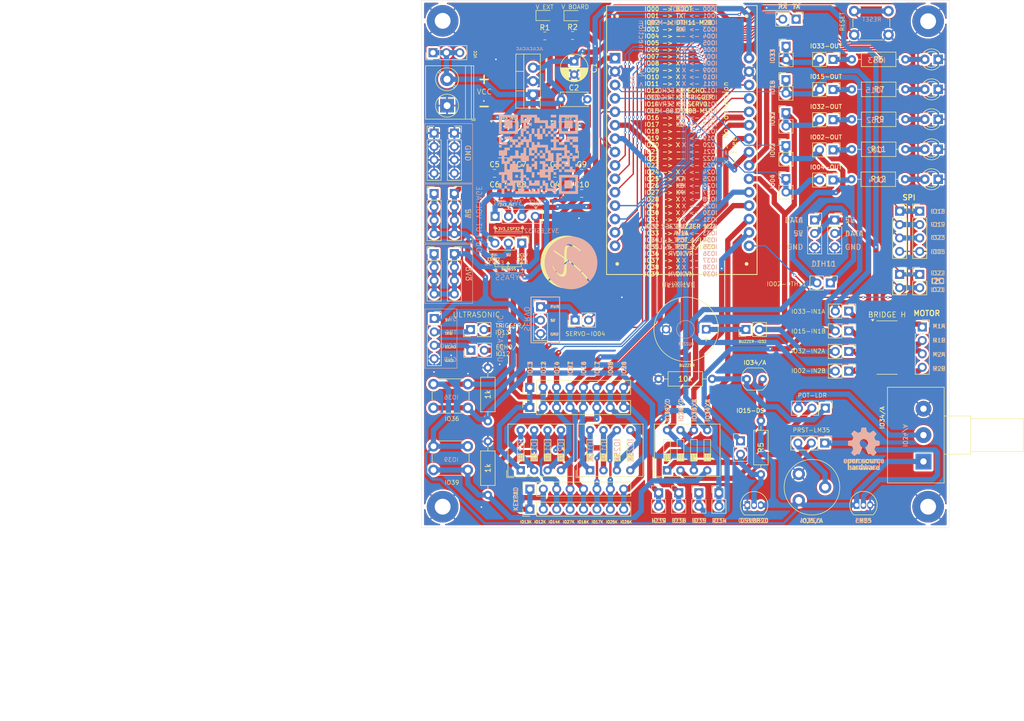
<source format=kicad_pcb>
(kicad_pcb (version 20240108) (generator "pcbnew") (generator_version "8.0")
  (title_block (title "Base for ESP32 DevKit V1") (date "2025-01-04") (rev "v0.1") (company "Xiztuh Inc"))
  (layers (0 "F.Cu" signal) (31 "B.Cu" signal) (34 "B.Paste" user) (35 "F.Paste" user) (36 "B.SilkS" user "B.Silkscreen") (37 "F.SilkS" user "F.Silkscreen") (38 "B.Mask" user) (39 "F.Mask" user) (44 "Edge.Cuts" user))
  (net 0 "")
  (net 1 "GND")
  (net 2 "+3V3_1")
  (net 3 "+3V3_2")
  (net 4 "+5V")
  (net 5 "Net-(D1-A)")
  (net 6 "Net-(D2-A)")
  (net 7 "Net-(D3-A)")
  (net 8 "Net-(D4-A)")
  (net 9 "Net-(D5-A)")
  (net 10 "Net-(D6-A)")
  (net 11 "Net-(D7-A)")
  (net 12 "VCC")
  (net 13 "VPP")
  (net 14 "VCC3")
  (net 15 "/IO33")
  (net 16 "Net-(BZ1-+)")
  (net 17 "Net-(J15-Pin_1)")
  (net 18 "Net-(J18-Pin_1)")
  (net 19 "/BUZZER")
  (net 20 "/DTH11")
  (net 21 "/DS18B")
  (net 22 "/IO02")
  (net 23 "/IO04")
  (net 24 "Net-(J16-Pin_1)")
  (net 25 "/IO34")
  (net 26 "/IO35")
  (net 27 "/IO36")
  (net 28 "/IO39")
  (net 29 "/IO17_IN")
  (net 30 "/IO26_IN")
  (net 31 "/IO14_IN")
  (net 32 "/IO16_IN")
  (net 33 "/IO27_IN")
  (net 34 "/IO12_IN")
  (net 35 "/IO25_IN")
  (net 36 "/IO13_IN")
  (net 37 "/IO22")
  (net 38 "/IO21")
  (net 39 "/IO23")
  (net 40 "/IO05")
  (net 41 "/IO19")
  (net 42 "/IO18")
  (net 43 "/TX")
  (net 44 "/RX")
  (net 45 "/DI_1")
  (net 46 "/DI_2")
  (net 47 "/LDR_1")
  (net 48 "/POT_1")
  (net 49 "/POT_2")
  (net 50 "/AI_2")
  (net 51 "/AI_1")
  (net 52 "/EN")
  (net 53 "/IO13")
  (net 54 "/IO25")
  (net 55 "/IO12")
  (net 56 "/IO17")
  (net 57 "/IO14")
  (net 58 "/IO16")
  (net 59 "/IO27")
  (net 60 "/IO26")
  (net 61 "Net-(J24-Pin_1)")
  (net 62 "Net-(J23-Pin_1)")
  (net 63 "Net-(J31-Pin_2)")
  (net 64 "/M2B")
  (net 65 "/M2A")
  (net 66 "/M1B")
  (net 67 "/LM35")
  (net 68 "/M1A")
  (net 69 "Net-(J37-Pin_1)")
  (net 70 "/TRIGGER")
  (net 71 "Net-(J39-Pin_1)")
  (net 72 "/ECHO")
  (net 73 "Net-(J42-Pin_1)")
  (net 74 "Net-(J44-Pin_1)")
  (net 75 "Net-(J46-Pin_1)")
  (footprint "Connector_PinHeader_2.54mm:PinHeader_1x03_P2.54mm_Vertical" (layer "F.Cu") (at 105.171 60.96 90)
    (property "Reference" "J1" (hide yes))
    (property "Value" "H_Src_raw")
  )
  (footprint "Capacitor_SMD:C_0805_2012Metric" (layer "F.Cu") (at 121.92 87.63)
    (property "Reference" "C8")
    (property "Value" "100nF")
  )
  (footprint "Capacitor_SMD:C_0805_2012Metric" (layer "F.Cu") (at 133.35 83.82)
    (property "Reference" "C9")
    (property "Value" "10uF")
  )
  (footprint "Connector_PinHeader_2.54mm:PinHeader_1x02_P2.54mm_Vertical" (layer "F.Cu") (at 180.975 73.66 -90)
    (property "Reference" "J42" (hide yes))
    (property "Value" "H_IO32")
  )
  (footprint "Connector_PinSocket_2.54mm:PinSocket_1x04_P2.54mm_Vertical" (layer "F.Cu") (at 197.8914 112.955)
    (property "Reference" "J34" (hide yes))
    (property "Value" "MOTOR")
  )
  (footprint "LED_THT:LED_D3.0mm" (layer "F.Cu") (at 200.914 73.587 180)
    (property "Reference" "D5" (hide yes))
    (property "Value" "LED")
  )
  (footprint "LED_THT:LED_D3.0mm" (layer "F.Cu") (at 200.914 67.9085 180)
    (property "Reference" "D4" (hide yes))
    (property "Value" "LED")
  )
  (footprint "Connector_PinHeader_2.54mm:PinHeader_1x02_P2.54mm_Vertical" (layer "F.Cu") (at 183.9518 121.3104 -90)
    (property "Reference" "J24" (hide yes))
    (property "Value" "H_INB2")
  )
  (footprint "Connector_PinSocket_2.54mm:PinSocket_1x04_P2.54mm_Vertical" (layer "F.Cu") (at 105.41 111.3282)
    (property "Reference" "J38" (hide yes))
    (property "Value" "ULTRASONIC" (hide yes))
  )
  (footprint "Capacitor_THT:C_Disc_D5.0mm_W2.5mm_P5.00mm" (layer "F.Cu") (at 129.4276 69.7992)
    (property "Reference" "C2")
    (property "Value" "0.1uF")
  )
  (footprint "Button_Switch_THT:SW_DIP_SPSTx04_Slide_9.78x12.34mm_W7.62mm_P2.54mm" (layer "F.Cu") (at 121.798 140.1068 90)
    (property "Reference" "SW1" (hide yes))
    (property "Value" "SW_DIP_KEYPAD_1" (hide yes))
  )
  (footprint "Connector_PinSocket_2.54mm:PinSocket_1x04_P2.54mm_Vertical" (layer "F.Cu") (at 193.5988 90.9928)
    (property "Reference" "J27" (hide yes))
    (property "Value" "S_SPI")
  )
  (footprint "Button_Switch_THT:SW_PUSH_6mm" (layer "F.Cu") (at 105.26 135.545)
    (property "Reference" "SW6" (hide yes))
    (property "Value" "INPUT_D2")
  )
  (footprint "Resistor_SMD:R_0805_2012Metric_Pad1.20x1.40mm_HandSolder" (layer "F.Cu") (at 131.6228 57.7088 180)
    (property "Reference" "R2")
    (property "Value" "1k")
  )
  (footprint "Connector_PinHeader_2.54mm:PinHeader_1x02_P2.54mm_Vertical" (layer "F.Cu") (at 183.9518 113.6904 -90)
    (property "Reference" "J18" (hide yes))
    (property "Value" "H_INB1")
  )
  (footprint "my_symbols:logo_x" (layer "F.Cu") (at 130.556 100.6348)
    (property "Reference" "G***")
    (property "Value" "LOGO" (hide yes))
  )
  (footprint "Resistor_THT:R_Axial_DIN0207_L6.3mm_D2.5mm_P10.16mm_Horizontal" (layer "F.Cu") (at 184.54 79.2655)
    (property "Reference" "R11")
    (property "Value" "470")
  )
  (footprint "Connector_PinHeader_2.54mm:PinHeader_1x02_P2.54mm_Vertical" (layer "F.Cu") (at 173.99 54.61 -90)
    (property "Reference" "J33" (hide yes))
    (property "Value" "TX_RX")
  )
  (footprint "Connector_PinHeader_2.54mm:PinHeader_1x02_P2.54mm_Vertical" (layer "F.Cu") (at 172.0596 84.836)
    (property "Reference" "J47" (hide yes))
    (property "Value" "H_IO04_OUT")
  )
  (footprint "Package_TO_SOT_THT:TO-92_Inline" (layer "F.Cu") (at 164.7444 146.7104)
    (property "Reference" "U6" (hide yes))
    (property "Value" "DS18B20" (hide yes))
  )
  (footprint "Connector_PinHeader_2.54mm:PinHeader_1x08_P2.54mm_Vertical" (layer "F.Cu") (at 123.5352 147.4728 90)
    (property "Reference" "J11" (hide yes))
    (property "Value" "H_KEYPAD" (hide yes))
  )
  (footprint "Connector_PinHeader_2.54mm:PinHeader_1x02_P2.54mm_Vertical" (layer "F.Cu") (at 151.7396 144.3686)
    (property "Reference" "J25" (hide yes))
    (property "Value" "H_IO36")
  )
  (footprint "Connector_PinHeader_2.54mm:PinHeader_1x02_P2.54mm_Vertical" (layer "F.Cu") (at 172.0596 66.0858)
    (property "Reference" "J40" (hide yes))
    (property "Value" "H_IO15_OUT")
  )
  (footprint "MountingHole:MountingHole_3mm_Pad_TopBottom" (layer "F.Cu") (at 199 147)
    (property "Reference" "H4" (hide yes))
    (property "Value" "MountingHole_Pad" (hide yes))
  )
  (footprint "TerminalBlock_Phoenix:TerminalBlock_Phoenix_PT-1,5-2-5.0-H_1x02_P5.00mm_Horizontal" (layer "F.Cu") (at 107.831 70.993 90)
    (property "Reference" "J8" (hide yes))
    (property "Value" "Input Source" (hide yes))
  )
  (footprint "Connector_PinHeader_2.54mm:PinHeader_1x02_P2.54mm_Vertical" (layer "F.Cu") (at 172.0596 78.5876)
    (property "Reference" "J45" (hide yes))
    (property "Value" "H_IO02_OUT")
  )
  (footprint "Button_Switch_THT:SW_PUSH_6mm" (layer "F.Cu") (at 105.26 123.77)
    (property "Reference" "SW4" (hide yes))
    (property "Value" "INPUT_D1")
  )
  (footprint "Connector_PinHeader_2.54mm:PinHeader_1x02_P2.54mm_Vertical" (layer "F.Cu") (at 180.975 85.09 -90)
    (property "Reference" "J46" (hide yes))
    (property "Value" "H_IO04")
  )
  (footprint "Connector_PinHeader_2.54mm:PinHeader_1x02_P2.54mm_Vertical" (layer "F.Cu") (at 172.085 59.7408)
    (property "Reference" "J36" (hide yes))
    (property "Value" "H_IO33_OUT")
  )
  (footprint "Package_SO:SOP-16_3.9x9.9mm_P1.27mm" (layer "F.Cu") (at 191.2112 116.84)
    (property "Reference" "U5" (hide yes))
    (property "Value" "MX1508" (hide yes))
  )
  (footprint "Resistor_THT:R_Axial_DIN0207_L6.3mm_D2.5mm_P10.16mm_Horizontal" (layer "F.Cu") (at 147.9042 122.7836)
    (property "Reference" "R10" (hide yes))
    (property "Value" "10k")
  )
  (footprint "Connector_PinHeader_2.54mm:PinHeader_1x08_P2.54mm_Vertical" (layer "F.Cu") (at 123.5098 124.3842 90)
    (property "Reference" "J9" (hide yes))
    (property "Value" "H_IO")
  )
  (footprint "Resistor_THT:R_Axial_DIN0207_L6.3mm_D2.5mm_P10.16mm_Horizontal" (layer "F.Cu") (at 184.54 62.23)
    (property "Reference" "R6")
    (property "Value" "470" (hide yes))
  )
  (footprint "Button_Switch_THT:SW_PUSH_6mm" (layer "F.Cu") (at 184.989324 53.0712)
    (property "Reference" "SW3" (hide yes))
    (property "Value" "ENABLE")
  )
  (footprint "Button_Switch_THT:SW_DIP_SPSTx04_Slide_9.78x12.34mm_W7.62mm_P2.54mm" (layer "F.Cu") (at 134.9398 140.1068 90)
    (property "Reference" "SW2" (hide yes))
    (property "Value" "SW_DIP_KEYPAD_2" (hide yes))
  )
  (footprint "Connector_PinSocket_2.54mm:PinSocket_1x03_P2.54mm_Vertical" (layer "F.Cu") (at 181.2998 92.6742)
    (property "Reference" "J29" (hide yes))
    (property "Value" "DTH11_V2" (hide yes))
  )
  (footprint "Connector_PinHeader_2.54mm:PinHeader_1x03_P2.54mm_Vertical" (layer "F.Cu") (at 121.9916 97.0534 -90)
    (property "Reference" "J13" (hide yes))
    (property "Value" "BYPASS SRC 5V" (hide yes))
  )
  (footprint "Connector_PinSocket_2.54mm:PinSocket_1x04_P2.54mm_Vertical" (layer "F.Cu") (at 109.22 99.06)
    (property "Reference" "J5" (hide yes))
    (property "Value" "S_3V3_2" (hide yes))
  )
  (footprint "Connector_PinHeader_2.54mm:PinHeader_1x02_P2.54mm_Vertical" (layer "F.Cu") (at 180.975 67.945 -90)
    (property "Reference" "J39" (hide yes))
    (property "Value" "H_IO15")
  )
  (footprint "Connector_PinHeader_2.54mm:PinHeader_1x02_P2.54mm_Vertical" (layer "F.Cu") (at 132.1054 111.633 90)
    (property "Reference" "J15" (hide yes))
    (property "Value" "H_SERVO" (hide yes))
  )
  (footprint "Resistor_SMD:R_0805_2012Metric_Pad1.20x1.40mm_HandSolder" (layer "F.Cu") (at 126.365 57.785 180)
    (property "Reference" "R1")
    (property "Value" "1k")
  )
  (footprint "Resistor_THT:R_Axial_DIN0207_L6.3mm_D2.5mm_P10.16mm_Horizontal" (layer "F.Cu") (at 184.48 84.944)
    (property "Reference" "R12")
    (property "Value" "470")
  )
  (footprint "Package_TO_SOT_THT:TO-92_Inline" (layer "F.Cu") (at 185.4708 146.685)
    (property "Reference" "U7" (hide yes))
    (property "Value" "LM35-LP" (hide yes))
  )
  (footprint "Connector_PinSocket_2.54mm:PinSocket_1x02_P2.54mm_Vertical" (layer "F.Cu") (at 193.5988 102.9716)
    (property "Reference" "J21" (hide yes))
    (property "Value" "S_I2C")
  )
  (footprint "LED_THT:LED_D3.0mm" (layer "F.Cu") (at 200.914 62.23 180)
    (property "Reference" "D3" (hide yes))
    (property "Value" "LED")
  )
  (footprint "Potentiometer_THT:Potentiometer_Piher_PT-10-V05_Vertical" (layer "F.Cu") (at 174.4872 145.796)
    (property "Reference" "RV2" (hide yes))
    (property "Value" "POT_2")
  )
  (footprint "Connector_PinHeader_2.54mm:PinHeader_1x02_P2.54mm_Vertical" (layer "F.Cu") (at 180.975 62.23 -90)
    (property "Reference" "J37" (hide yes))
    (property "Value" "H_IO33")
  )
  (footprint "Connector_PinHeader_2.54mm:PinHeader_1x02_P2.54mm_Vertical" (layer "F.Cu") (at 164.4854 113.411 90)
    (property "Reference" "J17" (hide yes))
    (property "Value" "H_BUZZER" (hide yes))
  )
  (footprint "Resistor_THT:R_Axial_DIN0207_L6.3mm_D2.5mm_P10.16mm_Horizontal" (layer "F.Cu") (at 115.57 144.78 90)
    (property "Reference" "R4" (hide yes))
    (property "Value" "1k")
  )
  (footprint "OptoDevice:R_LDR_5.0x4.1mm_P3mm_Vertical" (layer "F.Cu") (at 167.64 122.809 180)
    (property "Reference" "R8" (hide yes))
    (property "Value" "LDR_1" (hide yes))
  )
  (footprint "Potentiometer_THT:Potentiometer_Alps_RK163_Single_Horizontal" (layer "F.Cu") (at 198.12 138.43 180)
    (property "Reference" "RV1" (hide yes))
    (property "Value" "POT_1")
  )
  (footprint "Capacitor_SMD:C_0805_2012Metric" (layer "F.Cu") (at 128.27 83.82)
    (property "Reference" "C3")
    (property "Value" "100nF")
  )
  (footprint "Connector_PinHeader_2.54mm:PinHeader_1x02_P2.54mm_Vertical" (layer "F.Cu") (at 183.9518 109.9312 -90)
    (property "Reference" "J16" (hide yes))
    (property "Value" "H_INA1")
  )
  (footprint "LED_THT:LED_D3.0mm" (layer "F.Cu") (at 200.914 84.944 180)
    (property "Reference" "D7" (hide yes))
    (property "Value" "LED")
  )
  (footprint "Connector_PinHeader_2.54mm:PinHeader_1x03_P2.54mm_Vertical" (layer "F.Cu") (at 125.5522 109.1184)
    (property "Reference" "M1" (hide yes))
    (property "Value" "Servo")
  )
  (footprint "Connector_PinHeader_2.54mm:PinHeader_1x02_P2.54mm_Vertical" (layer "F.Cu") (at 112.3596 117.348 90)
    (property "Reference" "J41" (hide yes))
    (property "Value" "H_ECHO")
  )
  (footprint "Connector_PinHeader_2.54mm:PinHeader_1x02_P2.54mm_Vertical" (layer "F.Cu") (at 180.467 104.5972 -90)
    (property "Reference" "J30" (hide yes))
    (property "Value" "H_DTH11" (hide yes))
  )
  (footprint "Connector_PinSocket_2.54mm:PinSocket_1x03_P2.54mm_Vertical" (layer "F.Cu") (at 177.4898 92.6742)
    (property "Reference" "J28" (hide yes))
    (property "Value" "DTH11_V1" (hide yes))
  )
  (footprint "Connector_PinHeader_2.54mm:PinHeader_1x03_P2.54mm_Vertical" (layer "F.Cu") (at 179.5122 128.332 -90)
    (property "Reference" "SW7" (hide yes))
    (property "Value" "Selector Input 1" (hide yes))
  )
  (footprint "Capacitor_SMD:C_0805_2012Metric" (layer "F.Cu") (at 128.27 87.63)
    (property "Reference" "C4")
    (property "Value" "100nF")
  )
  (footprint "Connector_PinHeader_2.54mm:PinHeader_1x03_P2.54mm_Vertical" (layer "F.Cu") (at 179.4002 134.936 -90)
    (property "Reference" "SW8" (hide yes))
    (property "Value" "Selector Input 2" (hide yes))
  )
  (footprint "Connector_PinSocket_2.54mm:PinSocket_1x08_P2.54mm_Vertical" (layer "F.Cu") (at 123.5098 128.1942 90)
    (property "Reference" "J10" (hide yes))
    (property "Value" "S_IO")
  )
  (footprint "Connector_PinHeader_2.54mm:PinHeader_1x04_P2.54mm_Vertical" (layer "F.Cu") (at 105.385 87.64)
    (property "Reference" "J2" (hide yes))
    (property "Value" "H_5V")
  )
  (footprint "Resistor_THT:R_Axial_DIN0207_L6.3mm_D2.5mm_P10.16mm_Horizontal" (layer "F.Cu") (at 184.54 73.587)
    (property "Reference" "R9")
    (property "Value" "470")
  )
  (footprint "Connector_PinHeader_2.54mm:PinHeader_1x02_P2.54mm_Vertical" (layer "F.Cu") (at 163.449 134.5134)
    (property "Reference" "J31" (hide yes))
    (property "Value" "H_DS18B")
  )
  (footprint "Connector_PinHeader_2.54mm:PinHeader_1x02_P2.54mm_Vertical" (layer "F.Cu") (at 147.9296 144.3686)
    (property "Reference" "J32" (hide yes))
    (property "Value" "H_IO39")
  )
  (footprint "Resistor_THT:R_Axial_DIN0207_L6.3mm_D2.5mm_P10.16mm_Horizontal" (layer "F.Cu") (at 184.54 67.9085)
    (property "Reference" "R7")
    (property "Value" "470")
  )
  (footprint "Resistor_THT:R_Axial_DIN0207_L6.3mm_D2.5mm_P10.16mm_Horizontal" (layer "F.Cu") (at 167.3098 140.8684 90)
    (property "Reference" "R5")
    (property "Value" "4k7")
  )
  (footprint "LED_SMD:LED_0805_2012Metric" (layer "F.Cu") (at 131.6736 53.9496)
    (property "Reference" "D2" (hide yes))
    (property "Value" "LED BOARD" (hide yes))
  )
  (footprint "MountingHole:MountingHole_3mm_Pad_TopBottom" (layer "F.Cu") (at 199 55)
    (property "Reference" "H2" (hide yes))
    (property "Value" "MountingHole_Pad" (hide yes))
  )
  (footprint "Connector_PinHeader_2.54mm:PinHeader_1x04_P2.54mm_Vertical" (layer "F.Cu") (at 105.385 76.2)
    (property "Reference" "J6" (hide yes))
    (property "Value" "H_GND" (hide yes))
  )
  (footprint "Capacitor_SMD:C_0805_2012Metric" (layer "F.Cu") (at 133.35 87.63)
    (property "Reference" "C10")
    (property "Value" "100nF")
  )
  (footprint "Connector_PinHeader_2.54mm:PinHeader_1x04_P2.54mm_Vertical" (layer "F.Cu") (at 197.4088 90.9928)
    (property "Reference" "J26" (hide yes))
    (property "Value" "H_SPI")
  )
  (footprint "Connector_PinHeader_2.54mm:PinHeader_1x04_P2.54mm_Vertical" (layer "F.Cu") (at 105.385 99.06)
    (property "Reference" "J4" (hide yes))
    (property "Value" "H_3V3_2" (hide yes))
  )
  (footprint "Connector_PinSocket_2.54mm:PinSocket_1x08_P2.54mm_Vertical" (layer "F.Cu") (at 123.5352 143.6628 90)
    (property "Reference" "J12" (hide yes))
    (property "Value" "S_KEYPAD" (hide yes))
  )
  (footprint "MountingHole:MountingHole_3mm_Pad_TopBottom" (layer "F.Cu") (at 107 54.925)
    (property "Reference" "H1" (hide yes))
    (property "Value" "MountingHole_Pad" (hide yes))
  )
  (footprint "Package_TO_SOT_THT:TO-220-3_Vertical" (layer "F.Cu") (at 124.135 68.8848 90)
    (property "Reference" "U1" (hide yes))
    (property "Value" "LM7805_TO220" (hide yes))
  )
  (footprint "Package_TO_SOT_SMD:SOT-223-3_TabPin2" (layer "F.Cu") (at 130.81 77.47)
    (property "Reference" "U4" (hide yes))
    (property "Value" "AMS1117" (hide yes))
  )
  (footprint "Capacitor_SMD:C_0805_2012Metric" (layer "F.Cu") (at 121.92 83.82)
    (property "Reference" "C7")
    (property "Value" "100nF")
  )
  (footprint "my_symbols:MODULE_ESP32_DEVKIT_V1" (layer "F.Cu") (at 152.362 77.5154)
    (property "Reference" "U3")
    (property "Value" "ESP32-DEVKIT-V1" (hide yes))
  )
  (footprint "Connector_PinHeader_2.54mm:PinHeader_1x02_P2.54mm_Vertical" (layer "F.Cu") (at 112.2884 113.4364 90)
    (property "Reference" "J35" (hide yes))
    (property "Value" "H_TRIGGER")
  )
  (footprint "Symbol:OSHW-Logo_7.5x8mm_SilkScreen" (layer "F.Cu") (at 186.817 136.017)
    (property "Reference" "REF**" (hide yes))
    (property "Value" "OSHW-Logo_7.5x8mm_SilkScreen" (hide yes))
  )
  (footprint "Resistor_THT:R_Axial_DIN0207_L6.3mm_D2.5mm_P10.16mm_Horizontal" (layer "F.Cu") (at 115.57 130.81 90)
    (property "Reference" "R3" (hide yes))
    (property "Value" "1k")
  )
  (footprint "Connector_PinHeader_2.54mm:PinHeader_1x02_P2.54mm_Vertical" (layer "F.Cu") (at 172.0596 72.3392)
    (property "Reference" "J43" (hide yes))
    (property "Value" "H_IO32_OUT")
  )
  (footprint "Connector_PinSocket_2.54mm:PinSocket_1x04_P2.54mm_Vertical" (layer "F.Cu") (at 109.22 87.63)
    (property "Reference" "J3" (hide yes))
    (property "Value" "S_5V" (hide yes))
  )
  (footprint "Connector_PinHeader_2.54mm:PinHeader_1x02_P2.54mm_Vertical" (layer "F.Cu") (at 155.5496 144.3686)
    (property "Reference" "J22" (hide yes))
    (property "Value" "H_IO35")
  )
  (footprint "LED_SMD:LED_0805_2012Metric" (layer "F.Cu") (at 126.365 53.9125)
    (property "Reference" "D1" (hide yes))
    (property "Value" "LED EXT" (hide yes))
  )
  (footprint "Connector_PinHeader_2.54mm:PinHeader_1x02_P2.54mm_Vertical" (layer "F.Cu") (at 159.3596 144.3686)
    (property "Reference" "J19" (hide yes))
    (property "Value" "H_IO34")
  )
  (footprint "Connector_PinHeader_2.54mm:PinHeader_1x04_P2.54mm_Vertical" (layer "F.Cu") (at 116.9416 91.9734 90)
    (property "Reference" "J14" (hide yes))
    (property "Value" "BYPASS SRC 3V3" (hide yes))
  )
  (footprint "MountingHole:MountingHole_3mm_Pad_TopBottom" (layer "F.Cu") (at 107 147)
    (property "Reference" "H3" (hide yes))
    (property "Value" "MountingHole_Pad" (hide yes))
  )
  (footprint "Capacitor_SMD:C_0805_2012Metric" (layer "F.Cu") (at 116.84 83.82)
    (property "Reference" "C5")
    (property "Value" "10nF")
  )
  (footprint "Connector_PinHeader_2.54mm:PinHeader_1x02_P2.54mm_Vertical" (layer "F.Cu") (at 180.975 79.375 -90)
    (property "Reference" "J44" (hide yes))
    (property "Value" "H_IO02")
  )
  (footprint "Connector_PinHeader_2.54mm:PinHeader_1x02_P2.54mm_Vertical" (layer "F.Cu") (at 197.4088 102.9716)
    (property "Reference" "J20" (hide yes))
    (property "Value" "H_I2C")
  )
  (footprint "LED_THT:LED_D3.0mm" (layer "F.Cu") (at 200.914 79.2655 180)
    (property "Reference" "D6" (hide yes))
    (property "Value" "LED")
  )
  (footprint "Capacitor_SMD:C_0805_2012Metric" (layer "F.Cu") (at 116.84 87.63)
    (property "Reference" "C6")
    (property "Value" "100nF")
  )
  (footprint "Connector_PinHeader_2.54mm:PinHeader_1x02_P2.54mm_Vertical" (layer "F.Cu") (at 183.9518 117.5766 -90)
    (property "Reference" "J23" (hide yes))
    (property "Value" "H_INA2")
  )
  (footprint "Connector_PinSocket_2.54mm:PinSocket_1x04_P2.54mm_Vertical" (layer "F.Cu") (at 109.22 76.2)
    (property "Reference" "J7" (hide yes))
    (property "Value" "S_GND" (hide yes))
  )
  (footprint "Capacitor_THT:CP_Radial_D5.0mm_P2.50mm" (layer "F.Cu") (at 131.9276 62.599688 -90)
    (property "Reference" "C1")
    (property "Value" "1uF")
  )
  (footprint "Package_TO_SOT_SMD:SOT-223-3_TabPin2" (layer "F.Cu") (at 119.38 77.47)
    (property "Reference" "U2" (hide yes))
    (property "Value" "AMS1117" (hide yes))
  )
  (footprint "Button_Switch_THT:SW_DIP_SPSTx04_Slide_9.78x12.34mm_W7.62mm_P2.54mm" (layer "F.Cu") (at 149.5298 140.1064 90)
    (property "Reference" "SW5" (hide yes))
    (property "Value" "SW_DIP_INPUTS")
  )
  (footprint "Buzzer_Beeper:MagneticBuzzer_ProSignal_ABI-010-RC" (layer "F.Cu") (at 156.9366 113.3856 180)
    (property "Reference" "BZ1" (hide yes))
    (property "Value" "Buzzer")
  )
  (footprint "my_symbols:logo_x" (layer "B.Cu") (at 131.318 100.7872 180)
    (property "Reference" "G***")
    (property "Value" "LOGO" (hide yes))
  )
  (footprint "my_symbols:qr" (layer "B.Cu") (at 125.1712 80.2132 180)
    (property "Reference" "G***" (hide yes))
    (property "Value" "LOGO" (hide yes))
  )
  (footprint "Symbol:OSHW-Logo_7.5x8mm_SilkScreen" (layer "B.Cu") (at 186.817 136.017 180)
    (property "Reference" "REF**" (hide yes))
    (property "Value" "OSHW-Logo_7.5x8mm_SilkScreen" (hide yes))
  )
  (gr_line (start 119.6086 102.716584) (end 122.1232 102.716584) (stroke (width 0.1)) (layer "B.SilkS"))
  (gr_line (start 119.6086 102.716584) (end 119.6086 101.802184) (stroke (width 0.1)) (layer "B.SilkS"))
  (gr_line (start 116.8908 95.149416) (end 122.12895 95.149416) (stroke (width 0.1)) (layer "B.SilkS"))
  (gr_poly (pts (xy 122.1232 93.726) (xy 121.8184 94.1324) (xy 122.428 94.1324)) (stroke (width 0.1)) (fill solid) (layer "B.SilkS"))
  (gr_line (start 122.1232 102.7176) (end 122.1232 101.8032) (stroke (width 0.1)) (layer "B.SilkS"))
  (gr_rect (start 123.7488 107.2642) (end 129.159 115.9256) (stroke (width 0.2)) (fill none) (layer "B.SilkS"))
  (gr_line (start 116.8908 93.726) (end 116.8908 95.149416) (stroke (width 0.1)) (layer "B.SilkS"))
  (gr_rect (start 103.5812 85.852) (end 112.6744 97.028) (stroke (width 0.1)) (fill none) (layer "B.SilkS"))
  (gr_circle (center 153.035 113.411) (end 154.686 113.792) (stroke (width 0.1)) (fill none) (layer "B.SilkS"))
  (gr_rect (start 103.5812 97.2566) (end 112.6744 108.458) (stroke (width 0.1)) (fill none) (layer "B.SilkS"))
  (gr_poly (pts (xy 116.8908 93.726) (xy 116.586 94.1324) (xy 117.1956 94.1324)) (stroke (width 0.1)) (fill solid) (layer "B.SilkS"))
  (gr_rect (start 103.632 109.5248) (end 109.7026 120.7516) (stroke (width 0.1)) (fill none) (layer "B.SilkS"))
  (gr_line (start 117.094 102.715568) (end 119.6086 102.715568) (stroke (width 0.1)) (layer "B.SilkS"))
  (gr_rect (start 103.6066 74.3966) (end 112.6744 85.6488) (stroke (width 0.1)) (fill none) (layer "B.SilkS"))
  (gr_line (start 117.094 101.775768) (end 117.094 102.715568) (stroke (width 0.1)) (layer "B.SilkS"))
  (gr_poly (pts (xy 119.6086 101.750368) (xy 119.3038 102.156768) (xy 119.9134 102.156768)) (stroke (width 0.1)) (fill solid) (layer "B.SilkS"))
  (gr_poly (pts (xy 124.6632 90.5764) (xy 124.968 90.17) (xy 124.3584 90.17)) (stroke (width 0.1)) (fill solid) (layer "B.SilkS"))
  (gr_poly (pts (xy 122.1232 101.751384) (xy 121.8184 102.157784) (xy 122.428 102.157784)) (stroke (width 0.1)) (fill solid) (layer "B.SilkS"))
  (gr_line (start 122.12895 95.149416) (end 122.12895 93.8784) (stroke (width 0.1)) (layer "B.SilkS"))
  (gr_poly (pts (xy 119.4816 90.5764) (xy 119.7864 90.17) (xy 119.1768 90.17)) (stroke (width 0.1)) (fill solid) (layer "B.SilkS"))
  (gr_poly (pts (xy 119.6086 101.776784) (xy 119.3038 102.183184) (xy 119.9134 102.183184)) (stroke (width 0.1)) (fill solid) (layer "B.SilkS"))
  (gr_line (start 119.6086 101.776784) (end 119.6086 102.716584) (stroke (width 0.1)) (layer "B.SilkS"))
  (gr_poly (pts (xy 117.094 101.775768) (xy 116.7892 102.182168) (xy 117.3988 102.182168)) (stroke (width 0.1)) (fill solid) (layer "B.SilkS"))
  (gr_line (start 119.4054 101.5238) (end 121.92 101.5238) (stroke (width 0.1)) (layer "F.SilkS"))
  (gr_poly (pts (xy 119.4054 100.584) (xy 119.1006 100.9904) (xy 119.7102 100.9904)) (stroke (width 0.1)) (fill solid) (layer "F.SilkS"))
  (gr_poly (pts (xy 119.4054 100.557584) (xy 119.1006 100.963984) (xy 119.7102 100.963984)) (stroke (width 0.1)) (fill solid) (layer "F.SilkS"))
  (gr_line (start 122.1005 94.869) (end 122.1005 93.9546) (stroke (width 0.1)) (layer "F.SilkS"))
  (gr_line (start 116.8908 100.582984) (end 116.8908 101.522784) (stroke (width 0.1)) (layer "F.SilkS"))
  (gr_line (start 119.4054 100.584) (end 119.4054 101.5238) (stroke (width 0.1)) (layer "F.SilkS"))
  (gr_line (start 119.4054 101.5238) (end 119.4054 100.6094) (stroke (width 0.1)) (layer "F.SilkS"))
  (gr_poly (pts (xy 121.92 100.5586) (xy 121.6152 100.965) (xy 122.2248 100.965)) (stroke (width 0.1)) (fill solid) (layer "F.SilkS"))
  (gr_poly (pts (xy 117.0459 93.9292) (xy 116.7411 94.3356) (xy 117.3507 94.3356)) (stroke (width 0.1)) (fill solid) (layer "F.SilkS"))
  (gr_poly (pts (xy 122.1005 93.902784) (xy 121.7957 94.309184) (xy 122.4053 94.309184)) (stroke (width 0.1)) (fill solid) (layer "F.SilkS"))
  (gr_line (start 117.0459 94.869) (end 122.1005 94.869) (stroke (width 0.1)) (layer "F.SilkS"))
  (gr_line (start 117.0459 93.9292) (end 117.0459 94.869) (stroke (width 0.1)) (layer "F.SilkS"))
  (gr_line (start 121.92 101.524816) (end 121.92 100.610416) (stroke (width 0.1)) (layer "F.SilkS"))
  (gr_line (start 116.8908 101.522784) (end 119.4054 101.522784) (stroke (width 0.1)) (layer "F.SilkS"))
  (gr_poly (pts (xy 116.8908 100.582984) (xy 116.586 100.989384) (xy 117.1956 100.989384)) (stroke (width 0.1)) (fill solid) (layer "F.SilkS"))
  (gr_rect (start 103 51) (end 203 151) (stroke (width 0.05)) (fill none) (layer "Edge.Cuts"))
  (gr_text "5V" (at 128.362151 112.0013 0) (layer "B.SilkS") (effects (font (size 0.5 0.5) (thickness 0.1)) (justify left bottom mirror)))
  (gr_text "3V3_ESP32" (at 122.3772 95.1992 0) (layer "B.SilkS") (effects (font (size 0.8 0.8) (thickness 0.1)) (justify right bottom mirror)))
  (gr_text "ULTRASONIC" (at 117.2972 119.6882 -90) (layer "B.SilkS") (effects (font (size 1 1) (thickness 0.1)) (justify left bottom mirror)))
  (gr_text "3V3" (at 123.19 90.0176 0) (layer "B.SilkS") (effects (font (size 1 1) (thickness 0.1)) (justify right bottom mirror)))
  (gr_text "DATA" (at 171.81081 93.2942 -0) (layer "B.SilkS") (effects (font (size 1 1) (thickness 0.1)) (justify right bottom mirror)))
  (gr_text "IO16K" (at 135.636 134.0612 90) (layer "B.SilkS") (effects (font (size 1 1) (thickness 0.125)) (justify left bottom mirror)))
  (gr_text "IO04" (at 168.9647 86.868 -90) (layer "B.SilkS") (effects (font (size 0.8 0.8)) (justify left bottom mirror)))
  (gr_text "IO19" (at 202.272856 94.0054 -0) (layer "B.SilkS") (effects (font (size 0.8 0.8) (thickness 0.1)) (justify left bottom mirror)))
  (gr_text "TX" (at 175.1076 52.7304 0) (layer "B.SilkS") (effects (font (size 1 1) (thickness 0.125)) (justify left bottom mirror)))
  (gr_text "SERVO" (at 122.3772 113.8682 -90) (layer "B.SilkS") (effects (font (size 1 1) (thickness 0.1)) (justify left bottom mirror)))
  (gr_text "M1A" (at 202.38719 113.2586 -0) (layer "B.SilkS") (effects (font (size 0.8 0.8) (thickness 0.1)) (justify left bottom mirror)))
  (gr_text "IO12" (at 125.6245 122.3014 -90) (layer "B.SilkS") (effects (font (size 0.8 0.8)) (justify left bottom mirror)))
  (gr_text "IO39" (at 110.070856 138.557 -0) (layer "B.SilkS") (effects (font (size 0.8 0.8) (thickness 0.1)) (justify left bottom mirror)))
  (gr_text "IO34/A" (at 156.7395 130.9878 -90) (layer "B.SilkS") (effects (font (size 0.8 0.8)) (justify left bottom mirror)))
  (gr_text "IO13" (at 123.0845 122.3014 -90) (layer "B.SilkS") (effects (font (size 0.8 0.8)) (justify left bottom mirror)))
  (gr_text "IO27" (at 130.7045 122.3014 -90) (layer "B.SilkS") (effects (font (size 0.8 0.8)) (justify left bottom mirror)))
  (gr_text "M1B" (at 202.38719 115.942533 -0) (layer "B.SilkS") (effects (font (size 0.8 0.8) (thickness 0.1)) (justify left bottom mirror)))
  (gr_text "IO17K" (at 138.159066 134.0612 90) (layer "B.SilkS") (effects (font (size 1 1) (thickness 0.125)) (justify left bottom mirror)))
  (gr_text "IO36" (at 110.070856 126.746 -0) (layer "B.SilkS") (effects (font (size 0.8 0.8) (thickness 0.1)) (justify left bottom mirror)))
  (gr_text "GND" (at 111.1758 81.5594 -90) (layer "B.SilkS") (effects (font (size 1 1) (thickness 0.1)) (justify left bottom mirror)))
  (gr_text "5V" (at 183.24081 93.2942 -0) (layer "B.SilkS") (effects (font (size 1 1) (thickness 0.1)) (justify right bottom mirror)))
  (gr_text "DevKitV1" (at 154.9908 105.5116 0) (layer "B.SilkS") (effects (font (size 1 1) (thickness 0.1)) (justify left bottom mirror)))
  (gr_text "5V\nESP32" (at 116.7384 101.2952 0) (layer "B.SilkS") (effects (font (size 0.8 0.8) (thickness 0.1)) (justify bottom mirror)))
  (gr_text "x -> No connection\n- Free" (at 142.494 70.485 -90) (layer "B.SilkS") (effects (font (size 1 1) (thickness 0.125)) (justify left bottom mirror)))
  (gr_text "LM35" (at 188.341 150.114 -0) (layer "B.SilkS") (effects (font (size 0.8 0.8) (thickness 0.15) (bold yes)) (justify left bottom mirror)))
  (gr_text "IO32" (at 190.7921 74.3458 0) (layer "B.SilkS") (effects (font (size 1 1)) (justify left bottom mirror)))
  (gr_text "GND" (at 183.24081 98.3742 -0) (layer "B.SilkS") (effects (font (size 1 1) (thickness 0.1)) (justify right bottom mirror)))
  (gr_text "DTH11" (at 181.483 101.6 -0) (layer "B.SilkS") (effects (font (size 1 1) (thickness 0.1)) (justify left bottom mirror)))
  (gr_text "IO04" (at 191.2112 85.6996 0) (layer "B.SilkS") (effects (font (size 1 1)) (justify left bottom mirror)))
  (gr_text "IO02" (at 168.9647 80.9244 -90) (layer "B.SilkS") (effects (font (size 0.8 0.8)) (justify left bottom mirror)))
  (gr_text "IO35/A" (at 179.07 150.114 -0) (layer "B.SilkS") (effects (font (size 0.8 0.8)) (justify left bottom mirror)))
  (gr_text "OUTPUT VOLTAGE" (at 113.284 98.9076 -90) (layer "B.SilkS") (effects (font (size 1 1) (thickness 0.1)) (justify left bottom mirror)))
  (gr_text "M2A" (at 202.38719 118.626466 -0) (layer "B.SilkS") (effects (font (size 0.8 0.8) (thickness 0.1)) (justify left bottom mirror)))
  (gr_text "5V" (at 173.477477 95.8342 -0) (layer "B.SilkS") (effects (font (size 1 1) (thickness 0.1)) (justify right bottom mirror)))
  (gr_text "IO25" (at 138.3245 122.3014 -90) (layer "B.SilkS") (effects (font (size 0.8 0.8)) (justify left bottom mirror)))
  (gr_text "IO18" (at 202.272856 91.5162 -0) (layer "B.SilkS") (effects (font (size 0.8 0.8) (thickness 0.1)) (justify left bottom mirror)))
  (gr_text "IO15" (at 168.9647 69.0372 -90) (layer "B.SilkS") (effects (font (size 0.8 0.8)) (justify left bottom mirror)))
  (gr_text "IO17" (at 135.7845 122.3014 -90) (layer "B.SilkS") (effects (font (size 0.8 0.8)) (justify left bottom mirror)))
  (gr_text "IO16" (at 133.2445 122.3014 -90) (layer "B.SilkS") (effects (font (size 0.8 0.8)) (justify left bottom mirror)))
  (gr_text "IO26K" (at 143.2052 134.0612 90) (layer "B.SilkS") (effects (font (size 1 1) (thickness 0.125)) (justify left bottom mirror)))
  (gr_text "IO39/D" (at 149.1195 130.9878 -90) (layer "B.SilkS") (effects (font (size 0.8 0.8)) (justify left bottom mirror)))
  (gr_text "RX" (at 172.5168 52.7304 0) (layer "B.SilkS") (effects (font (size 1 1) (thickness 0.125)) (justify left bottom mirror)))
  (gr_text "IO34" (at 149.514656 150.114 -0) (layer "B.SilkS") (effects (font (size 0.8 0.8)) (justify left bottom mirror)))
  (gr_text "IO27K" (at 130.048 134.0612 90) (layer "B.SilkS") (effects (font (size 1 1) (thickness 0.125)) (justify left bottom mirror)))
  (gr_text "IO12K" (at 124.968 134.0612 90) (layer "B.SilkS") (effects (font (size 1 1) (thickness 0.125)) (justify left bottom mirror)))
  (gr_text "DS18B20" (at 168.529 150.114 -0) (layer "B.SilkS") (effects (font (size 0.8 0.8) (thickness 0.15) (bold yes)) (justify left bottom mirror)))
  (gr_text "IO22" (at 202.298256 103.2002 -0) (layer "B.SilkS") (effects (font (size 0.8 0.8) (thickness 0.1)) (justify left bottom mirror)))
  (gr_text "GND" (at 128.9812 114.6048 -0) (layer "B.SilkS") (effects (font (size 0.5 0.5) (thickness 0.1)) (justify left bottom mirror)))
  (gr_text "IO36" (at 157.134656 150.114 -0) (layer "B.SilkS") (effects (font (size 0.8 0.8)) (justify left bottom mirror)))
  (gr_text "IO26" (at 140.8645 122.3014 -90) (layer "B.SilkS") (effects (font (size 0.8 0.8)) (justify left bottom mirror)))
  (gr_text "IO15" (at 190.6524 68.6689 0) (layer "B.SilkS") (effects (font (size 1 1)) (justify left bottom mirror)))
  (gr_text "IO34/A" (at 194.183 135.763 -90) (layer "B.SilkS") (effects (font (size 0.8 0.8)) (justify left bottom mirror)))
  (gr_text "IO25K" (at 140.682132 134.0612 90) (layer "B.SilkS") (effects (font (size 1 1) (thickness 0.125)) (justify left bottom mirror)))
  (gr_text "IO14K" (at 127.508 134.0612 90) (layer "B.SilkS") (effects (font (size 1 1) (thickness 0.125) (bold yes)) (justify left bottom mirror)))
  (gr_text "IO05" (at 202.272856 99.1616 -0) (layer "B.SilkS") (effects (font (size 0.8 0.8) (thickness 0.1)) (justify left bottom mirror)))
  (gr_text "3V3_INT" (at 116.4336 90.0176 0) (layer "B.SilkS") (effects (font (size 1 1) (thickness 0.1)) (justify right bottom mirror)))
  (gr_text "IO35/A" (at 154.1995 130.9878 -90) (layer "B.SilkS") (effects (font (size 0.8 0.8)) (justify left bottom mirror)))
  (gr_text "RESET" (at 190.1952 55.118 0) (layer "B.SilkS") (effects (font (size 0.8 0.8) (thickness 0.1)) (justify left bottom mirror)))
  (gr_text "IO33" (at 191.0715 62.992 0) (layer "B.SilkS") (effects (font (size 1 1)) (justify left bottom mirror)))
  (gr_text "GND" (at 172.239382 98.3742 -0) (layer "B.SilkS") (effects (font (size 1 1) (thickness 0.1)) (justify right bottom mirror)))
  (gr_text "BYPASS" (at 116.8654 104.138984 0) (layer "B.SilkS") (effects (font (size 1 1) (thickness 0.1)) (justify right bottom mirror)))
  (gr_text "5V" (at 111.1758 92.384324 -90) (layer "B.SilkS") (effects (font (size 1 1) (thickness 0.1)) (justify left bottom mirror)))
  (gr_text "PWM" (at 129.100248 109.3978 0) (layer "B.SilkS") (effects (font (size 0.5 0.5) (thickness 0.1)) (justify left bottom mirror)))
  (gr_text "IO39" (at 160.944656 150.114 -0) (layer "B.SilkS") (effects (font (size 0.8 0.8)) (justify left bottom mirror)))
  (gr_text "GND" (at 109.728 119.6086 0) (layer "B.SilkS") (effects (font (size 0.8 0.8) (thickness 0.1)) (justify left bottom mirror)))
  (gr_text "IO33" (at 168.9647 63.0936 -90) (layer "B.SilkS") (effects (font (size 0.8 0.8)) (justify left bottom mirror)))
  (gr_text "IO00 -> BOOT\nIO01 -> TX\nIO02 -> DTH11 M2B\nIO03 -> RX\nIO04 -> -\nIO05 -> -\nIO06 -> X\nIO07 -> X\nIO08 -> X\nIO09 -> X\nIO10 -> X\nIO11 -> X\nIO12 -> K2 ECHO\nIO13 -> K1 TRIGGER\nIO14 -> K3 SERVO\nIO15 -> DS18B M1B\nIO16 -> K5\nIO17 -> K6\nIO18 -> -\nIO19 -> -\nIO20 -> X\nIO21 -> -\nIO22 -> -\nIO23 -> -\nIO24 -> X\nIO25 -> K7\nIO26 -> K8\nIO27 -> K4\nIO28 -> X\nIO29 -> X\nIO30 -> X\nIO31 -> X\nIO32 -> BUZZER M2A\nIO33 -> M1A\nIO34 -> POT_1/LDR\nIO35 -> POT_2/LM35\nIO36 -> DI VP\nIO37 -> X\nIO38 -> X\nIO39 -> DI VN" (at 159.1564 103.378 0) (layer "B.SilkS") (effects (font (size 0.8 0.8) (thickness 0.16) (bold yes)) (justify left bottom mirror)))
  (gr_text "VCC\nRAW" (at 122.0216 101.1936 0) (layer "B.SilkS") (effects (font (size 0.8 0.8) (thickness 0.1)) (justify bottom mirror)))
  (gr_text "IO35" (at 153.324656 150.114 -0) (layer "B.SilkS") (effects (font (size 0.8 0.8)) (justify left bottom mirror)))
  (gr_text "JLCJLCJLCJLC" (at 126.1364 60.5028 -0) (layer "B.SilkS") (effects (font (size 0.5 0.5) (thickness 0.1)) (justify left bottom mirror)))
  (gr_text "KEYPAD" (at 120.8024 145.517 -90) (layer "B.SilkS") (effects (font (size 0.8 0.8)) (justify mirror)))
  (gr_text "DATA" (at 183.24081 95.8342 -0) (layer "B.SilkS") (effects (font (size 1 1) (thickness 0.1)) (justify right bottom mirror)))
  (gr_text "5V" (at 118.990333 99.602244 -0) (layer "B.SilkS") (effects (font (size 0.5 0.5) (thickness 0.1)) (justify right bottom mirror)))
  (gr_text "IO23" (at 202.272856 96.4692 -0) (layer "B.SilkS") (effects (font (size 0.8 0.8) (thickness 0.1)) (justify left bottom mirror)))
  (gr_text "M2B" (at 202.38719 121.3104 -0) (layer "B.SilkS") (effects (font (size 0.8 0.8) (thickness 0.1)) (justify left bottom mirror)))
  (gr_text "I2C" (at 202.298256 104.8512 -0) (layer "B.SilkS") (effects (font (size 1 1) (thickness 0.2) (bold yes)) (justify left bottom mirror)))
  (gr_text "IO32" (at 168.9647 74.9808 -90) (layer "B.SilkS") (effects (font (size 0.8 0.8)) (justify left bottom mirror)))
  (gr_text "IO02" (at 190.9318 80.0227 0) (layer "B.SilkS") (effects (font (size 1 1)) (justify left bottom mirror)))
  (gr_text "IO21" (at 202.298256 106.3498 -0) (layer "B.SilkS") (effects (font (size 0.8 0.8) (thickness 0.1)) (justify left bottom mirror)))
  (gr_text "IO36/D" (at 151.6595 130.9878 -90) (layer "B.SilkS") (effects (font (size 0.8 0.8)) (justify left bottom mirror)))
  (gr_text "ECHO" (at 109.728 117.034732 0) (layer "B.SilkS") (effects (font (size 0.8 0.8) (thickness 0.1)) (justify left bottom mirror)))
  (gr_text "5V" (at 109.728 111.887 0) (layer "B.SilkS") (effects (font (size 0.8 0.8) (thickness 0.1)) (justify left bottom mirror)))
  (gr_text "BUZZER" (at 154.686 116.459 -0) (layer "B.SilkS") (effects (font (size 0.5 0.5) (thickness 0.1)) (justify left bottom mirror)))
  (gr_text "3V3" (at 111.3028 104.290953 -90) (layer "B.SilkS") (effects (font (size 1 1) (thickness 0.1)) (justify left bottom mirror)))
  (gr_text "TRG" (at 109.728 114.460866 0) (layer "B.SilkS") (effects (font (size 0.8 0.8) (thickness 0.1)) (justify left bottom mirror)))
  (gr_text "IO14" (at 128.1645 122.3014 -90) (layer "B.SilkS") (effects (font (size 0.8 0.8)) (justify left bottom mirror)))
  (gr_text "IO13K" (at 122.428 134.0612 90) (layer "B.SilkS") (effects (font (size 1 1) (thickness 0.125)) (justify left bottom mirror)))
  (gr_text "IO39" (at 107.315 142.875 0) (layer "F.SilkS") (effects (font (size 0.8 0.8) (thickness 0.1)) (justify left bottom)))
  (gr_text "IO00 -> BOOT\nIO01 -> TX\nIO02 -> DTH11 M2B\nIO03 -> RX\nIO04 -> -\nIO05 -> -\nIO06 -> X\nIO07 -> X\nIO08 -> X\nIO09 -> X\nIO10 -> X\nIO11 -> X\nIO12 -> K2 ECHO\nIO13 -> K1 TRIGGER\nIO14 -> K3 SERVO\nIO15 -> DS18B M1B\nIO16 -> K5\nIO17 -> K6\nIO18 -> -\nIO19 -> -\nIO20 -> X\nIO21 -> -\nIO22 -> -\nIO23 -> -\nIO24 -> X\nIO25 -> K7\nIO26 -> K8\nIO27 -> K4\nIO28 -> X\nIO29 -> X\nIO30 -> X\nIO31 -> X\nIO32 -> BUZZER M2A\nIO33 -> M1A\nIO34 -> POT_1/LDR\nIO35 -> POT_2/LM35\nIO36 -> DI VP\nIO37 -> X\nIO38 -> X\nIO39 -> DI VN" (at 145.161 103.378 0) (layer "F.SilkS") (effects (font (size 0.8 0.8) (thickness 0.16) (bold yes)) (justify left bottom)))
  (gr_text "3V3" (at 111.3028 101.429048 -90) (layer "F.SilkS") (effects (font (size 1 1) (thickness 0.1)) (justify left bottom)))
  (gr_text "V EXT" (at 124.5616 52.7812 0) (layer "F.SilkS") (effects (font (size 0.8 0.8) (thickness 0.1)) (justify left bottom)))
  (gr_text "IO34/A" (at 163.9316 120.1674 0) (layer "F.SilkS") (effects (font (size 0.8 0.8)) (justify left bottom)))
  (gr_text "M1B" (at 199.771 115.942533 0) (layer "F.SilkS") (effects (font (size 0.8 0.8) (thickness 0.1)) (justify left bottom)))
  (gr_text "TRIGGER/\nIO13" (at 116.8908 114.4524 0) (layer "F.SilkS") (effects (font (size 0.8 0.8) (thickness 0.1)) (justify left bottom)))
  (gr_text "IO12K" (at 124.261428 150.17775 0) (layer "F.SilkS") (effects (font (size 0.5 0.5) (thickness 0.125)) (justify left bottom)))
  (gr_text "5V" (at 118.961657 99.601228 0) (layer "F.SilkS") (effects (font (size 0.5 0.5) (thickness 0.1)) (justify left bottom)))
  (gr_text "IO02-DTH11" (at 168.3512 105.2576 0) (layer "F.SilkS") (effects (font (size 0.8 0.8) (thickness 0.1)) (justify left bottom)))
  (gr_text "VCC\nRAW" (at 121.9354 100.4062 0) (layer "F.SilkS") (effects (font (size 0.5 0.5) (thickness 0.1)) (justify bottom)))
  (gr_text "IO05" (at 199.4154 99.1616 0) (layer "F.SilkS") (effects (font (size 0.8 0.8) (thickness 0.1)) (justify left bottom)))
  (gr_text "M2B" (at 199.771 121.3104 0) (layer "F.SilkS") (effects (font (size 0.8 0.8) (thickness 0.1)) (justify left bottom)))
  (gr_text "IO36/D" (at 152.6286 130.9878 90) (layer "F.SilkS") (effects (font (size 0.8 0.8)) (justify left bottom)))
  (gr_text "IO35" (at 154.1018 150.114 0) (layer "F.SilkS") (effects (font (size 0.8 0.8)) (justify left bottom)))
  (gr_text "IO04" (at 170.0022 86.868 90) (layer "F.SilkS") (effects (font (size 0.8 0.8)) (justify left bottom)))
  (gr_text "IO39" (at 146.4818 150.114 0) (layer "F.SilkS") (effects (font (size 0.8 0.8)) (justify left bottom)))
  (gr_text "3V3_INT" (at 117.6682 90.0684 0) (layer "F.SilkS") (effects (font (size 0.5 0.5) (thickness 0.1)) (justify left bottom)))
  (gr_text "IO26K" (at 140.578596 150.17775 0) (layer "F.SilkS") (effects (font (size 0.5 0.5) (thickness 0.125)) (justify left bottom)))
  (gr_text "KEYPAD" (at 120.8682 145.517 90) (layer "F.SilkS") (effects (font (size 0.8 0.8))))
  (gr_text "SERVO-IO04" (at 130.2004 114.7064 0) (layer "F.SilkS") (effects (font (size 0.8 0.8) (thickness 0.1)) (justify left bottom)))
  (gr_text "IO13" (at 124.0432 122.3014 90) (layer "F.SilkS") (effects (font (size 0.8 0.8)) (justify left bottom)))
  (gr_text "DATA" (at 171.7498 93.2942 0) (layer "F.SilkS") (effects (font (size 1 1) (thickness 0.1)) (justify left bottom)))
  (gr_text "IO32-IN2A" (at 172.9994 117.966066 0) (layer "F.SilkS") (effects (font (size 0.8 0.8) (thickness 0.1)) (justify left bottom)))
  (gr_text "IO22" (at 199.39 103.2002 0) (layer "F.SilkS") (effects (font (size 0.8 0.8) (thickness 0.1)) (justify left bottom)))
  (gr_text "M2A" (at 199.771 118.626466 0) (layer "F.SilkS") (effects (font (size 0.8 0.8) (thickness 0.1)) (justify left bottom)))
  (gr_text "IO33-OUT" (at 176.545477 60.1726 0) (layer "F.SilkS") (effects (font (size 0.8 0.8)) (justify left bottom)))
  (gr_text "I2C" (at 199.39 104.8512 0) (layer "F.SilkS") (effects (font (size 1 1) (thickness 0.2) (bold yes)) (justify left bottom)))
  (gr_text "5V" (at 173.416467 95.8342 0) (layer "F.SilkS") (effects (font (size 1 1) (thickness 0.1)) (justify left bottom)))
  (gr_text "TRG" (at 107.315 114.460866 0) (layer "F.SilkS") (effects (font (size 0.5 0.5) (thickness 0.1)) (justify left bottom)))
  (gr_text "MOTOR" (at 196.1134 110.9218 0) (layer "F.SilkS") (effects (font (size 1 1) (thickness 0.2) (bold yes)) (justify left bottom)))
  (gr_text "IO17" (at 136.7432 122.3014 90) (layer "F.SilkS") (effects (font (size 0.8 0.8)) (justify left bottom)))
  (gr_text "BUZZER" (at 151.765 120.523 0) (layer "F.SilkS") (effects (font (size 0.5 0.5) (thickness 0.1)) (justify left bottom)))
  (gr_text "DS18B20" (at 163.239638 150.114 0) (layer "F.SilkS") (effects (font (size 0.8 0.8) (thickness 0.15) (bold yes)) (justify left bottom)))
  (gr_text "GND" (at 172.178372 98.3742 0) (layer "F.SilkS") (effects (font (size 1 1) (thickness 0.1)) (justify left bottom)))
  (gr_text "RX" (at 170.5102 52.6796 0) (layer "F.SilkS") (effects (font (size 0.8 0.8) (thickness 0.2) (bold yes)) (justify left bottom)))
  (gr_text "IO19" (at 199.4154 94.0054 0) (layer "F.SilkS") (effects (font (size 0.8 0.8) (thickness 0.1)) (justify left bottom)))
  (gr_text "5V\nESP32" (at 116.6522 100.4062 0) (layer "F.SilkS") (effects (font (size 0.5 0.5) (thickness 0.1)) (justify bottom)))
  (gr_text "IO33-IN1A" (at 172.9994 110.4646 0) (layer "F.SilkS") (effects (font (size 0.8 0.8) (thickness 0.1)) (justify left bottom)))
  (gr_text "5V" (at 111.2012 90.4748 270) (layer "F.SilkS") (effects (font (size 1 1) (thickness 0.1)) (justify left bottom)))
  (gr_text "IO34/A" (at 157.7086 130.9878 90) (layer "F.SilkS") (effects (font (size 0.8 0.8)) (justify left bottom)))
  (gr_text "ECHO/\nIO12" (at 116.9924 118.5164 0) (layer "F.SilkS") (effects (font (size 0.8 0.8) (thickness 0.1)) (justify left bottom)))
  (gr_text "IO25" (at 139.2832 122.3014 90) (layer "F.SilkS") (effects (font (size 0.8 0.8)) (justify left bottom)))
  (gr_text "GND" (at 107.442 119.6086 0) (layer "F.SilkS") (effects (font (size 0.5 0.5) (thickness 0.1)) (justify left bottom)))
  (gr_text "GND" (at 111.1758 78.4098 270) (layer "F.SilkS") (effects (font (size 1 1) (thickness 0.1)) (justify left bottom)))
  (gr_text "IO32-OUT" (at 176.545477 71.6534 0) (layer "F.SilkS") (effects (font (size 0.8 0.8)) (justify left bottom)))
  (gr_text "IO15" (at 170.0022 69.0372 90) (layer "F.SilkS") (effects (font (size 0.8 0.8)) (justify left bottom)))
  (gr_text "RESET" (at 183.1848 56.9468 90) (layer "F.SilkS") (effects (font (size 0.8 0.8) (thickness 0.1)) (justify left bottom)))
  (gr_text "IO35/A" (at 174.708867 150.114 0) (layer "F.SilkS") (effects (font (size 0.8 0.8)) (justify left bottom)))
  (gr_text "3V3_INT" (at 117.82762 73.66 0) (layer "F.SilkS") (effects (font (size 0.5 0.5) (thickness 0.1)) (justify left bottom)))
  (gr_text "IO36" (at 150.2918 150.114 0) (layer "F.SilkS") (effects (font (size 0.8 0.8)) (justify left bottom)))
  (gr_text "IO18" (at 199.4154 91.5162 0) (layer "F.SilkS") (effects (font (size 0.8 0.8) (thickness 0.1)) (justify left bottom)))
  (gr_text "SPI" (at 194.0306 88.9862 0) (layer "F.SilkS") (effects (font (size 1 1) (thickness 0.2) (bold yes)) (justify left bottom)))
  (gr_text "GND" (at 183.1798 98.3742 0) (layer "F.SilkS") (effects (font (size 1 1) (thickness 0.1)) (justify left bottom)))
  (gr_text "IO16" (at 134.2032 122.3014 90) (layer "F.SilkS") (effects (font (size 0.8 0.8)) (justify left bottom)))
  (gr_text "IO15-DS" (at 162.56 129.2606 0) (layer "F.SilkS") (effects (font (size 0.8 0.8)) (justify left bottom)))
  (gr_text "x -> No connection\n- Free" (at 162.814 82.169 90) (layer "F.SilkS") (effects (font (size 1 1) (thickness 0.125)) (justify left bottom)))
  (gr_text "IO15-IN1B" (at 172.9994 114.215333 0) (layer "F.SilkS") (effects (font (size 0.8 0.8) (thickness 0.1)) (justify left bottom)))
  (gr_text "DATA" (at 183.1798 95.8342 0) (layer "F.SilkS") (effects (font (size 1 1) (thickness 0.1)) (justify left bottom)))
  (gr_text "IO27K" (at 129.700484 150.17775 0) (layer "F.SilkS") (effects (font (size 0.5 0.5) (thickness 0.125)) (justify left bottom)))
  (gr_text "BYPASS" (at 118.0338 102.2604 0) (layer "F.SilkS") (effects (font (size 0.5 0.5) (thickness 0.1)) (justify left bottom)))
  (gr_text "IO32" (at 170.0022 74.9808 90) (layer "F.SilkS") (effects (font (size 0.8 0.8)) (justify left bottom)))
  (gr_text "5V" (at 127.381 112.0013 0) (layer "F.SilkS") (effects (font (size 0.5 0.5) (thickness 0.1)) (justify left bottom)))
  (gr_text "IO34/A" (at 190.7794 132.3594 90) (layer "F.SilkS") (effects (font (size 0.8 0.8)) (justify left bottom)))
  (gr_text "IO02-OUT" (at 176.545477 77.4446 0) (layer "F.SilkS") (effects (font (size 0.8 0.8)) (justify left bottom)))
  (gr_text "IO17K" (at 135.13954 150.17775 0) (layer "F.SilkS") (effects (font (size 0.5 0.5) (thickness 0.125)) (justify left bottom)))
  (gr_text "LM35" (at 185.127943 150.114 0) (layer "F.SilkS") (effects (font (size 0.8 0.8) (thickness 0.15) (bold yes)) (justify left bottom)))
  (gr_text "-" (at 113.421505 72.1868 0) (layer "F.SilkS") (effects (font (size 2 2) (thickness 0.3)) (justify left bottom)))
  (gr_text "PRST-LM35" (at 173.28139 132.9548 0) (layer "F.SilkS") (effects (font (size 0.8 0.8) (thickness 0.1)) (justify left bottom)))
  (gr_text "TX" (at 173.2026 52.6796 0) (layer "F.SilkS") (effects (font (size 0.8 0.8) (thickness 0.2) (bold yes)) (justify left bottom)))
  (gr_text "ECHO" (at 107.442 117.034732 0) (layer "F.SilkS") (effects (font (size 0.5 0.5) (thickness 0.1)) (justify left bottom)))
  (gr_text "+" (at 113.421505 67.056 0) (layer "F.SilkS") (effects (font (size 2 2) (thickness 0.3)) (justify left bottom)))
  (gr_text "3V3" (at 130.019525 73.66 0) (layer "F.SilkS") (effects (font (size 0.5 0.5) (thickness 0.1)) (justify left bottom)))
  (gr_text "M1A" (at 199.771 113.2586 0) (layer "F.SilkS") (effects (font (size 0.8 0.8) (thickness 0.1)) (justify left bottom)))
  (gr_text "IO34" (at 157.9118 150.114 0) (layer "F.SilkS") (effects (font (size 0.8 0.8)) (justify left bottom)))
  (gr_text "IO15-OUT" (at 176.545477 65.9638 0) (layer "F.SilkS") (effects (font (size 0.8 0.8)) (justify left bottom)))
  (gr_text "VCC" (at 113.4872 61.2648 90) (layer "F.SilkS") (effects (font (size 0.5 0.5) (thickness 0.1)) (justify bottom)))
  (gr_text "IO27" (at 131.6632 122.3014 90) (layer "F.SilkS") (effects (font (size 0.8 0.8)) (justify left bottom)))
  (gr_text "IO14K" (at 126.980956 150.17775 0) (layer "F.SilkS") (effects (font (size 0.5 0.5) (thickness 0.125) (bold yes)) (justify left bottom)))
  (gr_text "BRIDGE H" (at 187.539 111.2012 0) (layer "F.SilkS") (effects (font (size 1 1) (thickness 0.125)) (justify left bottom)))
  (gr_text "IO04-OUT" (at 176.545477 83.1342 0) (layer "F.SilkS") (effects (font (size 0.8 0.8)) (justify left bottom)))
  (gr_text "IO13K" (at 121.5794 150.17775 0) (layer "F.SilkS") (effects (font (size 0.5 0.5) (thickness 0.125) (bold yes)) (justify left bottom)))
  (gr_text "5V" (at 183.1798 93.2942 0) (layer "F.SilkS") (effects (font (size 1 1) (thickness 0.1)) (justify left bottom)))
  (gr_text "PWM" (at 127.381 109.3978 0) (layer "F.SilkS") (effects (font (size 0.5 0.5) (thickness 0.1)) (justify left bottom)))
  (gr_text "5V" (at 107.3912 111.887 0) (layer "F.SilkS") (effects (font (size 0.5 0.5) (thickness 0.1)) (justify left bottom)))
  (gr_text "IO33" (at 170.0022 63.0936 90) (layer "F.SilkS") (effects (font (size 0.8 0.8)) (justify left bottom)))
  (gr_text "IO23" (at 199.4154 96.4692 0) (layer "F.SilkS") (effects (font (size 0.8 0.8) (thickness 0.1)) (justify left bottom)))
  (gr_text "GND" (at 127.381 114.6048 0) (layer "F.SilkS") (effects (font (size 0.5 0.5) (thickness 0.1)) (justify left bottom)))
  (gr_text "IO26" (at 141.8232 122.3014 90) (layer "F.SilkS") (effects (font (size 0.8 0.8)) (justify left bottom)))
  (gr_text "BUZZER-IO32" (at 163.029448 116.0018 0) (layer "F.SilkS") (effects (font (size 0.5 0.5) (thickness 0.1)) (justify left bottom)))
  (gr_text "DevKitV1" (at 148.3868 105.5116 0) (layer "F.SilkS") (effects (font (size 1 1) (thickness 0.1)) (justify left bottom)))
  (gr_text "VCC" (at 114.9096 68.961 0) (layer "F.SilkS") (effects (font (size 1 1) (thickness 0.1)) (justify bottom)))
  (gr_text "V BOARD" (at 129.4384 52.7558 0) (layer "F.SilkS") (effects (font (size 0.8 0.8) (thickness 0.1)) (justify left bottom)))
  (gr_text "IO02-IN2B" (at 172.9994 121.7168 0) (layer "F.SilkS") (effects (font (size 0.8 0.8) (thickness 0.1)) (justify left bottom)))
  (gr_text "IO14" (at 129.1232 122.3014 90) (layer "F.SilkS") (effects (font (size 0.8 0.8)) (justify left bottom)))
  (gr_text "IO36" (at 107.315 130.81 0) (layer "F.SilkS") (effects (font (size 0.8 0.8) (thickness 0.1)) (justify left bottom)))
  (gr_text "IO35/A" (at 155.1686 130.9878 90) (layer "F.SilkS") (effects (font (size 0.8 0.8)) (justify left bottom)))
  (gr_text "IO21" (at 199.39 106.3498 0) (layer "F.SilkS") (effects (font (size 0.8 0.8) (thickness 0.1)) (justify left bottom)))
  (gr_text "IO25K" (at 137.859068 150.17775 0) (layer "F.SilkS") (effects (font (size 0.5 0.5) (thickness 0.125)) (justify left bottom)))
  (gr_text "3V3" (at 123.8658 90.0176 0) (layer "F.SilkS") (effects (font (size 0.5 0.5) (thickness 0.1)) (justify left bottom)))
  (gr_text "3V3_ESP32" (at 117.4269 94.6404 0) (layer "F.SilkS") (effects (font (size 0.5 0.5) (thickness 0.1)) (justify left bottom)))
  (gr_text "POT-LDR" (at 174.244 126.3762 0) (layer "F.SilkS") (effects (font (size 0.8 0.8) (thickness 0.1)) (justify left bottom)))
  (gr_text "ULTRASONIC" (at 108.8644 111.2012 0) (layer "F.SilkS") (effects (font (size 1 1) (thickness 0.1)) (justify left bottom)))
  (gr_text "IO16K" (at 132.420012 150.17775 0) (layer "F.SilkS") (effects (font (size 0.5 0.5) (thickness 0.125)) (justify left bottom)))
  (gr_text "DTH11" (at 176.8298 101.5492 0) (layer "F.SilkS") (effects (font (size 1 1) (thickness 0.1)) (justify left bottom)))
  (gr_text "IO12" (at 126.5832 122.3014 90) (layer "F.SilkS") (effects (font (size 0.8 0.8)) (justify left bottom)))
  (gr_text "IO02" (at 170.0022 80.9244 90) (layer "F.SilkS") (effects (font (size 0.8 0.8)) (justify left bottom)))
  (gr_text "IO39/D" (at 150.0886 130.9878 90) (layer "F.SilkS") (effects (font (size 0.8 0.8)) (justify left bottom)))
  (via (at 140.97 107.315) (size 0.6) (drill 0.3) (layers "F.Cu" "B.Cu") (net 1))
  (via (at 118.618 74.93) (size 0.6) (drill 0.3) (layers "F.Cu" "B.Cu") (net 1))
  (via (at 114.3508 147.066) (size 0.6) (drill 0.3) (layers "F.Cu" "B.Cu") (net 1))
  (via (at 108.6104 118.3132) (size 0.6) (drill 0.3) (layers "F.Cu" "B.Cu") (net 1))
  (via (at 117.8052 120.0404) (size 0.6) (drill 0.3) (layers "F.Cu" "B.Cu") (net 1))
  (via (at 114.808 70.104) (size 0.6) (drill 0.3) (layers "F.Cu" "B.Cu") (net 1))
  (via (at 111.8108 121.7676) (size 0.6) (drill 0.3) (layers "F.Cu" "B.Cu") (net 1))
  (via (at 130.556 81.915) (size 0.6) (drill 0.3) (layers "F.Cu" "B.Cu") (net 1))
  (via (at 118.9228 85.8012) (size 0.6) (drill 0.3) (layers "F.Cu" "B.Cu") (net 1))
  (via (at 105.3592 121.4628) (size 0.6) (drill 0.3) (layers "F.Cu" "B.Cu") (net 1))
  (via (at 132.842 92.329) (size 0.6) (drill 0.3) (layers "F.Cu" "B.Cu") (net 1))
  (via (at 117.094 62.23) (size 0.6) (drill 0.3) (layers "F.Cu" "B.Cu") (net 1))
  (segment (start 125.1458 66.3448) (end 125.73 66.929) (width 1) (layer "B.Cu") (net 1))
  (segment (start 124.135 66.3448) (end 125.1458 66.3448) (width 1) (layer "B.Cu") (net 1))
  (segment (start 124.135 66.3448) (end 121.8438 66.3448) (width 1) (layer "B.Cu") (net 1))
  (segment (start 121.8438 66.3448) (end 121.793 66.294) (width 1) (layer "B.Cu") (net 1))
  (segment (start 119.4816 90.771319) (end 118.626281 89.916) (width 1) (layer "F.Cu") (net 2))
  (segment (start 116.23 77.47) (end 118.1608 77.47) (width 1) (layer "F.Cu") (net 2))
  (segment (start 120.396 104.6988) (end 114.8588 99.1616) (width 1) (layer "F.Cu") (net 2))
  (segment (start 113.792 78.359) (end 113.792 83.058) (width 1) (layer "F.Cu") (net 2))
  (segment (start 118.626281 89.916) (end 117.348 89.916) (width 1) (layer "F.Cu") (net 2))
  (segment (start 167.3098 130.7084) (end 167.3098 123.1392) (width 1) (layer "F.Cu") (net 2))
  (segment (start 122.682 73.66) (end 122.53 73.812) (width 1) (layer "F.Cu") (net 2))
  (segment (start 119.4816 91.9734) (end 119.4816 90.771319) (width 1) (layer "F.Cu") (net 2))
  (segment (start 120.396 113.1316) (end 120.396 104.6988) (width 1) (layer "F.Cu") (net 2))
  (segment (start 114.8588 99.1616) (end 114.8588 89.4892) (width 1) (layer "F.Cu") (net 2))
  (segment (start 167.3098 123.1392) (end 167.64 122.809) (width 1) (layer "F.Cu") (net 2))
  (segment (start 115.89 87.63) (end 115.89 83.82) (width 1) (layer "F.Cu") (net 2))
  (segment (start 114.681 77.47) (end 113.792 78.359) (width 1) (layer "F.Cu") (net 2))
  (segment (start 118.1608 77.47) (end 118.3132 77.3176) (width 1) (layer "F.Cu") (net 2))
  (segment (start 122.53 73.812) (end 122.53 77.47) (width 1) (layer "F.Cu") (net 2))
  (segment (start 114.554 83.82) (end 115.89 83.82) (width 1) (layer "F.Cu") (net 2))
  (segment (start 114.8588 89.4892) (end 115.89 88.458) (width 1) (layer "F.Cu") (net 2))
  (segment (start 105.26 123.77) (end 111.76 123.77) (width 1) (layer "F.Cu") (net 2))
  (segment (start 115.89 88.458) (end 115.89 87.63) (width 1) (layer "F.Cu") (net 2))
  (segment (start 113.792 83.058) (end 114.554 83.82) (width 1) (layer "F.Cu") (net 2))
  (segment (start 116.23 77.47) (end 114.681 77.47) (width 1) (layer "F.Cu") (net 2))
  (segment (start 117.348 89.916) (end 115.89 88.458) (width 1) (layer "F.Cu") (net 2))
  (via (at 122.682 73.66) (size 0.6) (drill 0.3) (layers "F.Cu" "B.Cu") (net 2))
  (via (at 118.3132 77.3176) (size 0.6) (drill 0.3) (layers "F.Cu" "B.Cu") (net 2))
  (via (at 120.396 113.1316) (size 0.6) (drill 0.3) (layers "F.Cu" "B.Cu") (net 2))
  (segment (start 122.007646 73.7108) (end 118.400846 77.3176) (width 1) (layer "B.Cu") (net 2))
  (segment (start 174.4872 145.796) (end 174.0862 146.197) (width 1) (layer "B.Cu") (net 2))
  (segment (start 105.26 135.545) (end 111.76 135.545) (width 1) (layer "B.Cu") (net 2))
  (segment (start 114.940108 150.147903) (end 106.625805 141.8336) (width 0.4572) (layer "B.Cu") (net 2))
  (segment (start 185.4708 146.685) (end 175.3762 146.685) (width 1) (layer "B.Cu") (net 2))
  (segment (start 118.400846 77.3176) (end 118.3132 77.3176) (width 1) (layer "B.Cu") (net 2))
  (segment (start 168.402 146.7104) (end 168.3004 146.7104) (width 1) (layer "B.Cu") (net 2))
  (segment (start 174.0862 147.681) (end 171.619297 150.147903) (width 0.4572) (layer "B.Cu") (net 2))
  (segment (start 105.26 123.77) (end 107.1076 123.77) (width 1) (layer "B.Cu") (net 2))
  (segment (start 168.3004 146.7104) (end 169.6212 146.7104) (width 1) (layer "B.Cu") (net 2))
  (segment (start 191.3128 138.43) (end 198.12 138.43) (width 1) (layer "B.Cu") (net 2))
  (segment (start 108.1024 124.7648) (end 108.1024 129.6416) (width 1) (layer "B.Cu") (net 2))
  (segment (start 103.8714 136.9336) (end 105.26 135.545) (width 0.4572) (layer "B.Cu") (net 2))
  (segment (start 106.625805 141.8336) (end 105.084823 141.8336) (width 0.4572) (layer "B.Cu") (net 2))
  (segment (start 169.6212 145.4912) (end 169.6212 146.7104) (width 1) (layer "B.Cu") (net 2))
  (segment (start 169.6212 138.684) (end 169.6212 145.4912) (width 1) (layer "B.Cu") (net 2))
  (segment (start 107.1076 123.77) (end 108.1024 124.7648) (width 1) (layer "B.Cu") (net 2))
  (segment (start 174.0862 146.197) (end 174.0862 147.681) (width 0.4572) (layer "B.Cu") (net 2))
  (segment (start 175.3762 146.685) (end 174.4872 145.796) (width 1) (layer "B.Cu") (net 2))
  (segment (start 185.4708 144.272) (end 191.3128 138.43) (width 1) (layer "B.Cu") (net 2))
  (segment (start 169.6212 146.7104) (end 170.5864 146.7104) (width 1) (layer "B.Cu") (net 2))
  (segment (start 111.76 123.77) (end 116.888568 123.77) (width 1) (layer "B.Cu") (net 2))
  (segment (start 185.4708 146.685) (end 185.4708 144.272) (width 1) (layer "B.Cu") (net 2))
  (segment (start 170.5864 146.7104) (end 173.5728 146.7104) (width 1) (layer "B.Cu") (net 2))
  (segment (start 103.8714 140.620177) (end 103.8714 136.9336) (width 0.4572) (layer "B.Cu") (net 2))
  (segment (start 105.084823 141.8336) (end 103.8714 140.620177) (width 0.4572) (layer "B.Cu") (net 2))
  (segment (start 171.619297 150.147903) (end 114.940108 150.147903) (width 0.4572) (layer "B.Cu") (net 2))
  (segment (start 169.6212 145.4912) (end 168.402 146.7104) (width 1) (layer "B.Cu") (net 2))
  (segment (start 167.3098 136.3726) (end 169.6212 138.684) (width 1) (layer "B.Cu") (net 2))
  (segment (start 122.682 73.7108) (end 122.682 73.66) (width 1) (layer "B.Cu") (net 2))
  (segment (start 122.682 73.7108) (end 122.007646 73.7108) (width 1) (layer "B.Cu") (net 2))
  (segment (start 170.5864 146.4564) (end 170.5864 146.7104) (width 1) (layer "B.Cu") (net 2))
  (segment (start 116.888568 123.77) (end 120.396 120.262568) (width 1) (layer "B.Cu") (net 2))
  (segment (start 173.5728 146.7104) (end 174.4872 145.796) (width 1) (layer "B.Cu") (net 2))
  (segment (start 167.3098 130.7084) (end 167.3098 136.3726) (width 1) (layer "B.Cu") (net 2))
  (segment (start 105.26 132.484) (end 105.26 135.545) (width 1) (layer "B.Cu") (net 2))
  (segment (start 108.1024 129.6416) (end 105.26 132.484) (width 1) (layer "B.Cu") (net 2))
  (segment (start 169.6212 145.4912) (end 170.5864 146.4564) (width 1) (layer "B.Cu") (net 2))
  (segment (start 120.396 120.262568) (end 120.396 113.1316) (width 1) (layer "B.Cu") (net 2))
  (segment (start 167.2844 146.7104) (end 168.3004 146.7104) (width 1) (layer "B.Cu") (net 2))
  (segment (start 132.4 87.63) (end 132.4 83.82) (width 1) (layer "F.Cu") (net 3))
  (segment (start 124.841 97.663) (end 124.841 92.2528) (width 1) (layer "F.Cu") (net 3))
  (segment (start 132.4 81.468) (end 132.4 83.82) (width 1) (layer "F.Cu") (net 3))
  (segment (start 132.4 88.58) (end 132.4 87.63) (width 1) (layer "F.Cu") (net 3))
  (segment (start 132.9944 74.7268) (end 133.4516 74.7268) (width 1) (layer "F.Cu") (net 3))
  (segment (start 133.96 77.47) (end 133.96 79.908) (width 1) (layer "F.Cu") (net 3))
  (segment (start 127.66 77.47) (end 129.1336 77.47) (width 1) (layer "F.Cu") (net 3))
  (segment (start 129.1336 77.47) (end 129.54 77.0636) (width 1) (layer "F.Cu") (net 3))
  (segment (start 133.4516 74.7268) (end 133.96 75.2352) (width 1) (layer "F.Cu") (net 3))
  (segment (start 133.96 79.908) (end 132.4 81.468) (width 1) (layer "F.Cu") (net 3))
  (segment (start 124.5616 91.9734) (end 129.0066 91.9734) (width 1) (layer "F.Cu") (net 3))
  (segment (start 133.96 75.2352) (end 133.96 77.47) (width 1) (layer "F.Cu") (net 3))
  (segment (start 124.841 92.2528) (end 124.5616 91.9734) (width 1) (layer "F.Cu") (net 3))
  (segment (start 129.0066 91.9734) (end 132.4 88.58) (width 1) (layer "F.Cu") (net 3))
  (via (at 124.841 97.663) (size 0.5) (drill 0.3) (layers "F.Cu" "B.Cu") (net 3))
  (via (at 129.54 77.0636) (size 0.6) (drill 0.3) (layers "F.Cu" "B.Cu") (net 3))
  (via (at 132.9944 74.7268) (size 0.6) (drill 0.3) (layers "F.Cu" "B.Cu") (net 3))
  (segment (start 129.54 76.0476) (end 130.8608 74.7268) (width 1) (layer "B.Cu") (net 3))
  (segment (start 130.8608 74.7268) (end 132.9944 74.7268) (width 1) (layer "B.Cu") (net 3))
  (segment (start 109.22 101.6) (end 109.22 104.14) (width 1) (layer "B.Cu") (net 3))
  (segment (start 124.841 100.076) (end 124.841 97.663) (width 1) (layer "B.Cu") (net 3))
  (segment (start 105.385 101.6) (end 105.385 104.14) (width 1) (layer "B.Cu") (net 3))
  (segment (start 105.385 106.68) (end 109.22 106.68) (width 1) (layer "B.Cu") (net 3))
  (segment (start 109.22 99.06) (end 109.22 101.6) (width 1) (layer "B.Cu") (net 3))
  (segment (start 114.0714 101.4984) (end 123.4186 101.4984) (width 1) (layer "B.Cu") (net 3))
  (segment (start 105.385 99.06) (end 105.385 101.6) (width 1) (layer "B.Cu") (net 3))
  (segment (start 129.54 77.0636) (end 129.54 76.0476) (width 1) (layer "B.Cu") (net 3))
  (segment (start 123.4186 101.4984) (end 124.841 100.076) (width 1) (layer "B.Cu") (net 3))
  (segment (start 111.633 99.06) (end 114.0714 101.4984) (width 1) (layer "B.Cu") (net 3))
  (segment (start 109.22 99.06) (end 111.633 99.06) (width 1) (layer "B.Cu") (net 3))
  (segment (start 105.385 104.14) (end 105.385 106.68) (width 1) (layer "B.Cu") (net 3))
  (segment (start 109.22 104.14) (end 109.22 106.68) (width 1) (layer "B.Cu") (net 3))
  (segment (start 161.0816 54.681) (end 164.521 54.681) (width 1) (layer "F.Cu") (net 4))
  (segment (start 190.2206 112.395) (end 190.6016 112.776) (width 0.8) (layer "F.Cu") (net 4))
  (segment (start 164.521 54.681) (end 166.7514 52.4506) (width 1) (layer "F.Cu") (net 4))
  (segment (start 188.7112 112.395) (end 190.2206 112.395) (width 0.8) (layer "F.Cu") (net 4))
  (segment (start 109.22 87.63) (end 112.268 84.582) (width 1) (layer "F.Cu") (net 4))
  (segment (start 139.6238 52.2986) (end 158.6992 52.2986) (width 1) (layer "F.Cu") (net 4))
  (segment (start 120.1928 73.4568) (end 120.1928 77.8282) (width 1) (layer "F.Cu") (net 4))
  (segment (start 111.76 96.8756) (end 111.76 100.1268) (width 1) (layer "F.Cu") (net 4))
  (segment (start 190.1698 121.285) (end 190.6016 120.8532) (width 0.8) (layer "F.Cu") (net 4))
  (segment (start 189.7634 117.475) (end 188.7112 117.475) (width 0.6) (layer "F.Cu") (net 4))
  (segment (start 184.0634 92.6742) (end 181.2998 92.6742) (width 1) (layer "F.Cu") (net 4))
  (segment (start 166.7514 52.4506) (end 168.402 52.4506) (width 1) (layer "F.Cu") (net 4))
  (segment (start 129.4276 72.1506) (end 131.6228 74.3458) (width 1) (layer "F.Cu") (net 4))
  (segment (start 190.6016 120.8532) (end 190.6016 116.6368) (width 0.8) (layer "F.Cu") (net 4))
  (segment (start 138.43 58.790488) (end 138.43 53.4924) (width 1) (layer "F.Cu") (net 4))
  (segment (start 133.5278 60.6806) (end 133.6972 60.85) (width 1) (layer "F.Cu") (net 4))
  (segment (start 120.97 82.489) (end 120.97 83.82) (width 1) (layer "F.Cu") (net 4))
  (segment (start 158.6992 52.2986) (end 161.0816 54.681) (width 1) (layer "F.Cu") (net 4))
  (segment (start 189.103 97.79) (end 189.103 110.2976) (width 1) (layer "F.Cu") (net 4))
  (segment (start 120.1928 77.8282) (end 118.251 79.77) (width 1) (layer "F.Cu") (net 4))
  (segment (start 111.76 100.1268) (end 115.1128 103.4796) (width 1) (layer "F.Cu") (net 4))
  (segment (start 188.7112 112.395) (end 187.8584 111.5422) (width 0.8) (layer "F.Cu") (net 4))
  (segment (start 131.6228 78.1812) (end 130.034 79.77) (width 1) (layer "F.Cu") (net 4))
  (segment (start 118.251 79.77) (end 120.97 82.489) (width 1) (layer "F.Cu") (net 4))
  (segment (start 119.9388 73.2028) (end 120.1928 73.4568) (width 1) (layer "F.Cu") (net 4))
  (segment (start 190.6016 116.6368) (end 189.7634 117.475) (width 0.8) (layer "F.Cu") (net 4))
  (segment (start 131.6228 74.3458) (end 131.6228 78.1812) (width 1) (layer "F.Cu") (net 4))
  (segment (start 127.32 87.63) (end 127.32 83.82) (width 1) (layer "F.Cu") (net 4))
  (segment (start 138.43 53.4924) (end 139.6238 52.2986) (width 1) (layer "F.Cu") (net 4))
  (segment (start 112.3188 96.3168) (end 111.76 96.8756) (width 1) (layer "F.Cu") (net 4))
  (segment (start 127.32 80.11) (end 127.66 79.77) (width 1) (layer "F.Cu") (net 4))
  (segment (start 129.4276 69.7992) (end 129.4276 72.1506) (width 1) (layer "F.Cu") (net 4))
  (segment (start 116.23 79.77) (end 118.251 79.77) (width 1) (layer "F.Cu") (net 4))
  (segment (start 112.268 75.5904) (end 114.6556 73.2028) (width 1) (layer "F.Cu") (net 4))
  (segment (start 130.034 79.77) (end 127.66 79.77) (width 1) (layer "F.Cu") (net 4))
  (segment (start 188.7112 116.205) (end 188.7112 117.475) (width 0.6) (layer "F.Cu") (net 4))
  (segment (start 112.268 84.582) (end 112.268 75.5904) (width 1) (layer "F.Cu") (net 4))
  (segment (start 188.7112 121.285) (end 190.1698 121.285) (width 0.8) (layer "F.Cu") (net 4))
  (segment (start 127.32 83.82) (end 127.32 80.11) (width 1) (layer "F.Cu") (net 4))
  (segment (start 114.6556 73.2028) (end 119.9388 73.2028) (width 1) (layer "F.Cu") (net 4))
  (segment (start 136.370488 60.85) (end 138.43 58.790488) (width 1) (layer "F.Cu") (net 4))
  (segment (start 120.97 87.63) (end 120.97 83.82) (width 1) (layer "F.Cu") (net 4))
  (segment (start 188.976 97.5868) (end 184.0634 92.6742) (width 1) (layer "F.Cu") (net 4))
  (segment (start 133.6972 60.85) (end 136.370488 60.85) (width 1) (layer "F.Cu") (net 4))
  (segment (start 190.6016 112.776) (end 190.6016 116.6368) (width 0.8) (layer "F.Cu") (net 4))
  (segment (start 189.103 110.2976) (end 187.8584 111.5422) (width 1) (layer "F.Cu") (net 4))
  (via (at 115.1128 103.4796) (size 0.6) (drill 0.3) (layers "F.Cu" "B.Cu") (net 4))
  (via (at 117.3734 73.2028) (size 0.6) (drill 0.3) (layers "F.Cu" "B.Cu") (net 4))
  (via (at 189.103 97.79) (size 0.5) (drill 0.3) (layers "F.Cu" "B.Cu") (net 4))
  (via (at 112.3188 96.3168) (size 0.6) (drill 0.3) (layers "F.Cu" "B.Cu") (net 4))
  (via (at 168.402 52.4506) (size 0.5) (drill 0.3) (layers "F.Cu" "B.Cu") (net 4))
  (via (at 133.5278 60.6806) (size 0.5) (drill 0.3) (layers "F.Cu" "B.Cu") (net 4))
  (segment (start 121.323201 70.599199) (end 128.627601 70.599199) (width 1) (layer "B.Cu") (net 4))
  (segment (start 105.41 111.3282) (end 106.553 111.3282) (width 1) (layer "B.Cu") (net 4))
  (segment (start 109.3724 108.5088) (end 113.8936 108.5088) (width 1) (layer "B.Cu") (net 4))
  (segment (start 122.682 111.6584) (end 125.5522 111.6584) (width 1) (layer "B.Cu") (net 4))
  (segment (start 115.443 99.441) (end 118.618 99.441) (width 1) (layer "B.Cu") (net 4))
  (segment (start 117.3734 73.2028) (end 118.745 73.2028) (width 1) (layer "B.Cu") (net 4))
  (segment (start 118.8212 73.1012) (end 121.323201 70.599199) (width 1) (layer "B.Cu") (net 4))
  (segment (start 177.8866 95.2142) (end 180.4266 92.6742) (width 1) (layer "B.Cu") (net 4))
  (segment (start 189.103 97.79) (end 189.103 61.849) (width 1) (layer "B.Cu") (net 4))
  (segment (start 129.4276 69.7992) (end 129.4276 68.3406) (width 1) (layer "B.Cu") (net 4))
  (segment (start 125.9332 63.8048) (end 127.254 62.865) (width 1) (layer "B.Cu") (net 4))
  (segment (start 113.8936 108.458) (end 115.1128 107.2388) (width 1) (layer "B.Cu") (net 4))
  (segment (start 124.135 63.8048) (end 125.9332 63.8048) (width 1) (layer "B.Cu") (net 4))
  (segment (start 127.254 62.865) (end 127.623688 62.599688) (width 1) (layer "B.Cu") (net 4))
  (segment (start 180.4266 92.6742) (end 181.2998 92.6742) (width 1) (layer "B.Cu") (net 4))
  (segment (start 127.254 66.167) (end 127.254 62.865) (width 1) (layer "B.Cu") (net 4))
  (segment (start 116.3828 108.5088) (end 115.1128 107.2388) (width 1) (layer "B.Cu") (net 4))
  (segment (start 180.4666 52.4506) (end 168.402 52.4506) (width 1) (layer "B.Cu") (net 4))
  (segment (start 115.1128 108.5088) (end 115.1128 107.2388) (width 1) (layer "B.Cu") (net 4))
  (segment (start 129.4276 68.3406) (end 127.254 66.167) (width 1) (layer "B.Cu") (net 4))
  (segment (start 109.22 90.17) (end 109.22 92.71) (width 1) (layer "B.Cu") (net 4))
  (segment (start 109.22 95.25) (end 111.252 95.25) (width 1) (layer "B.Cu") (net 4))
  (segment (start 106.553 111.3282) (end 109.3724 108.5088) (width 1) (layer "B.Cu") (net 4))
  (segment (start 184.15 60.325) (end 183.007 59.182) (width 1) (layer "B.Cu") (net 4))
  (segment (start 183.007 59.182) (end 183.007 54.991) (width 1) (layer "B.Cu") (net 4))
  (segment (start 116.6368 108.5088) (end 119.5324 108.5088) (width 1) (layer "B.Cu") (net 4))
  (segment (start 119.5324 108.5088) (end 122.682 111.6584) (width 1) (layer "B.Cu") (net 4))
  (segment (start 105.385 95.26) (end 109.21 95.26) (width 1) (layer "B.Cu") (net 4))
  (segment (start 177.4898 95.2142) (end 177.8866 95.2142) (width 1) (layer "B.Cu") (net 4))
  (segment (start 189.103 61.849) (end 187.579 60.325) (width 1) (layer "B.Cu") (net 4))
  (segment (start 105.385 87.64) (end 105.385 90.18) (width 1) (layer "B.Cu") (net 4))
  (segment (start 116.078 108.5088) (end 116.078 108.204) (width 1) (layer "B.Cu") (net 4))
  (segment (start 105.385 90.18) (end 105.385 92.72) (width 1) (layer "B.Cu") (net 4))
  (segment (start 127.623688 62.599688) (end 131.9276 62.599688) (width 1) (layer "B.Cu") (net 4))
  (segment (start 131.9276 62.2808) (end 133.5278 60.6806) (width 1) (layer "B.Cu") (net 4))
  (segment (start 109.22 92.71) (end 109.22 95.25) (width 1) (layer "B.Cu") (net 4))
  (segment (start 109.22 87.63) (end 109.22 90.17) (width 1) (layer "B.Cu") (net 4))
  (segment (start 111.252 95.25) (end 112.0648 96.0628) (width 1) (layer "B.Cu") (net 4))
  (segment (start 115.1128 108.5088) (end 116.078 108.5088) (width 1) (layer "B.Cu") (net 4))
  (segment (start 187.579 60.325) (end 184.15 60.325) (width 1) (layer "B.Cu") (net 4))
  (segment (start 118.618 99.441) (end 119.4516 98.6074) (width 1) (layer "B.Cu") (net 4))
  (segment (start 116.078 108.5088) (end 116.6368 108.5088) (width 1) (layer "B.Cu") (net 4))
  (segment (start 116.6368 108.5088) (end 116.3828 108.5088) (width 1) (layer "B.Cu") (net 4))
  (segment (start 112.0648 96.0628) (end 115.443 99.441) (width 1) (layer "B.Cu") (net 4))
  (segment (start 109.21 95.26) (end 109.22 95.25) (width 1) (layer "B.Cu") (net 4))
  (segment (start 115.1128 107.2388) (end 115.1128 103.4796) (width 1) (layer "B.Cu") (net 4))
  (segment (start 128.627601 70.599199) (end 129.4276 69.7992) (width 1) (layer "B.Cu") (net 4))
  (segment (start 183.007 54.991) (end 180.4666 52.4506) (width 1) (layer "B.Cu") (net 4))
  (segment (start 131.9276 62.599688) (end 131.9276 62.2808) (width 1) (layer "B.Cu") (net 4))
  (segment (start 119.4516 98.6074) (end 119.4516 97.0534) (width 1) (layer "B.Cu") (net 4))
  (segment (start 113.8936 108.5088) (end 115.1128 108.5088) (width 1) (layer "B.Cu") (net 4))
  (segment (start 105.385 92.72) (end 105.385 95.26) (width 1) (layer "B.Cu") (net 4))
  (segment (start 116.078 108.204) (end 115.1128 107.2388) (width 1) (layer "B.Cu") (net 4))
  (segment (start 127.3025 53.9125) (end 127.3025 55.1965) (width 1) (layer "F.Cu") (net 5))
  (segment (start 125.365 57.134) (end 125.365 57.785) (width 1) (layer "F.Cu") (net 5))
  (segment (start 127.3025 55.1965) (end 125.365 57.134) (width 1) (layer "F.Cu") (net 5))
  (segment (start 132.6111 54.7139) (end 130.6228 56.7022) (width 1) (layer "F.Cu") (net 6))
  (segment (start 130.6228 56.7022) (end 130.6228 57.7088) (width 1) (layer "F.Cu") (net 6))
  (segment (start 132.6111 53.9496) (end 132.6111 54.7139) (width 1) (layer "F.Cu") (net 6))
  (segment (start 194.7 62.23) (end 198.374 62.23) (width 1) (layer "B.Cu") (net 7))
  (segment (start 194.7 67.9085) (end 198.374 67.9085) (width 1) (layer "B.Cu") (net 8))
  (segment (start 194.7 73.587) (end 198.374 73.587) (width 1) (layer "B.Cu") (net 9))
  (segment (start 194.7 79.2655) (end 198.374 79.2655) (width 1) (layer "B.Cu") (net 10))
  (segment (start 194.64 84.944) (end 198.374 84.944) (width 1) (layer "B.Cu") (net 11))
  (segment (start 126.4158 89.1286) (end 125.0696 87.7824) (width 1) (layer "F.Cu") (net 12))
  (segment (start 125.0696 87.7824) (end 125.0696 72.39) (width 1) (layer "F.Cu") (net 12))
  (segment (start 121.9916 102.8908) (end 121.9916 97.0534) (width 1) (layer "F.Cu") (net 12))
  (segment (start 125.1712 68.8848) (end 124.135 68.8848) (width 1) (layer "F.Cu") (net 12))
  (segment (start 122.555 103.4542) (end 121.9916 102.8908) (width 1) (layer "F.Cu") (net 12))
  (segment (start 124.135 71.4554) (end 124.135 68.8848) (width 1) (layer "F.Cu") (net 12))
  (segment (start 127.365 66.691) (end 125.1712 68.8848) (width 1) (layer "F.Cu") (net 12))
  (segment (start 125.0696 72.39) (end 124.135 71.4554) (width 1) (layer "F.Cu") (net 12))
  (segment (start 127.365 57.785) (end 127.365 66.691) (width 1) (layer "F.Cu") (net 12))
  (segment (start 124.135 68.8848) (end 124.19 68.9398) (width 1) (layer "F.Cu") (net 12))
  (via (at 126.4158 89.1286) (size 0.6) (drill 0.3) (layers "F.Cu" "B.Cu") (net 12))
  (via (at 122.555 103.4542) (size 0.6) (drill 0.3) (layers "F.Cu" "B.Cu") (net 12))
  (segment (start 105.171 60.96) (end 107.711 60.96) (width 1) (layer "B.Cu") (net 12))
  (segment (start 107.711 65.873) (end 107.831 65.993) (width 1) (layer "B.Cu") (net 12))
  (segment (start 107.711 60.96) (end 110.251 60.96) (width 1) (layer "B.Cu") (net 12))
  (segment (start 123.5202 103.4542) (end 122.555 103.4542) (width 1) (layer "B.Cu") (net 12))
  (segment (start 126.6952 100.2792) (end 123.5202 103.4542) (width 1) (layer "B.Cu") (net 12))
  (segment (start 126.6952 89.408) (end 126.6952 100.2792) (width 1) (layer "B.Cu") (net 12))
  (segment (start 107.711 60.96) (end 107.711 65.873) (width 1) (layer "B.Cu") (net 12))
  (segment (start 126.4158 89.1286) (end 126.6952 89.408) (width 1) (layer "B.Cu") (net 12))
  (segment (start 124.135 68.8848) (end 117.5258 68.8848) (width 1) (layer "B.Cu") (net 12))
  (segment (start 107.831 65.993) (end 114.38 65.993) (width 1) (layer "B.Cu") (net 12))
  (segment (start 117.5258 68.8848) (end 114.38 65.993) (width 1) (layer "B.Cu") (net 12))
  (segment (start 132.6228 57.7088) (end 134.5438 57.7088) (width 1) (layer "F.Cu") (net 13))
  (segment (start 135.89 59.69) (end 135.89 59.055) (width 1) (layer "F.Cu") (net 13))
  (segment (start 134.5438 57.7088) (end 135.89 59.055) (width 1) (layer "F.Cu") (net 13))
  (via (at 135.89 59.69) (size 0.5) (drill 0.3) (layers "F.Cu" "B.Cu") (net 13))
  (segment (start 116.332 87.884) (end 128.651 87.884) (width 1) (layer "B.Cu") (net 13))
  (segment (start 165.062 54.1148) (end 163.576 52.6288) (width 1) (layer "B.Cu") (net 13))
  (segment (start 114.554 94.869) (end 114.554 89.662) (width 1) (layer "B.Cu") (net 13))
  (segment (start 135.9276 80.6074) (end 135.9276 59.7276) (width 1) (layer "B.Cu") (net 13))
  (segment (start 135.89 54.4068) (end 135.89 59.69) (width 1) (layer "B.Cu") (net 13))
  (segment (start 114.554 89.662) (end 116.332 87.884) (width 1) (layer "B.Cu") (net 13))
  (segment (start 137.668 52.6288) (end 135.89 54.4068) (width 1) (layer "B.Cu") (net 13))
  (segment (start 165.062 62.0004) (end 165.062 54.1148) (width 1) (layer "B.Cu") (net 13))
  (segment (start 135.9276 59.7276) (end 135.89 59.69) (width 1) (layer "B.Cu") (net 13))
  (segment (start 163.576 52.6288) (end 137.668 52.6288) (width 1) (layer "B.Cu") (net 13))
  (segment (start 114.7272 94.869) (end 114.554 94.869) (width 1) (layer "B.Cu") (net 13))
  (segment (start 128.651 87.884) (end 135.9276 80.6074) (width 1) (layer "B.Cu") (net 13))
  (segment (start 116.9116 97.0534) (end 114.7272 94.869) (width 1) (layer "B.Cu") (net 13))
  (segment (start 122.0216 91.3892) (end 122.0216 91.9734) (width 1) (layer "F.Cu") (net 14))
  (segment (start 125.935312 90.2886) (end 125.918312 90.2716) (width 1) (layer "F.Cu") (net 14))
  (segment (start 125.918312 90.2716) (end 123.1392 90.2716) (width 1) (layer "F.Cu") (net 14))
  (segment (start 135.9916 89.0524) (end 134.9248 90.1192) (width 1) (layer "F.Cu") (net 14))
  (segment (start 135.9916 63.754) (end 135.9916 89.0524) (width 1) (layer "F.Cu") (net 14))
  (segment (start 126.913288 90.2716) (end 126.896288 90.2886) (width 1) (layer "F.Cu") (net 14))
  (segment (start 137.7452 62.0004) (end 135.9916 63.754) (width 1) (layer "F.Cu") (net 14))
  (segment (start 128.8288 90.1192) (end 128.6764 90.2716) (width 1) (layer "F.Cu") (net 14))
  (segment (start 139.662 62.0004) (end 137.7452 62.0004) (width 1) (layer "F.Cu") (net 14))
  (segment (start 128.6764 90.2716) (end 126.913288 90.2716) (width 1) (layer "F.Cu") (net 14))
  (segment (start 134.9248 90.1192) (end 134.2136 90.1192) (width 1) (layer "F.Cu") (net 14))
  (segment (start 126.896288 90.2886) (end 125.935312 90.2886) (width 1) (layer "F.Cu") (net 14))
  (segment (start 123.1392 90.2716) (end 122.0216 91.3892) (width 1) (layer "F.Cu") (net 14))
  (via (at 128.8288 90.1192) (size 0.6) (drill 0.3) (layers "F.Cu" "B.Cu") (net 14))
  (via (at 134.2136 90.1192) (size 0.6) (drill 0.3) (layers "F.Cu" "B.Cu") (net 14))
  (segment (start 116.9416 90.0684) (end 117.348 89.662) (width 1) (layer "B.Cu") (net 14))
  (segment (start 134.2136 90.1192) (end 128.8288 90.1192) (width 1) (layer "B.Cu") (net 14))
  (segment (start 121.412 89.662) (end 122.0216 90.2716) (width 1) (layer "B.Cu") (net 14))
  (segment (start 116.9416 91.9734) (end 116.9416 90.0684) (width 1) (layer "B.Cu") (net 14))
  (segment (start 117.348 89.662) (end 121.412 89.662) (width 1) (layer "B.Cu") (net 14))
  (segment (start 122.0216 90.2716) (end 122.0216 91.9734) (width 1) (layer "B.Cu") (net 14))
  (segment (start 170.3832 62.2808) (end 172.085 62.2808) (width 1) (layer "F.Cu") (net 15))
  (segment (start 168.402 78.9804) (end 168.402 64.262) (width 1) (layer "F.Cu") (net 15))
  (segment (start 165.062 82.3204) (end 168.402 78.9804) (width 1) (layer "F.Cu") (net 15))
  (segment (start 168.402 64.262) (end 170.3832 62.2808) (width 1) (layer "F.Cu") (net 15))
  (segment (start 181.4118 108.729119) (end 187.6552 102.485719) (width 1) (layer "B.Cu") (net 15))
  (segment (start 172.085 59.7408) (end 172.085 62.2808) (width 1) (layer "B.Cu") (net 15))
  (segment (start 187.6552 66.3956) (end 185.674 64.4144) (width 1) (layer "B.Cu") (net 15))
  (segment (start 181.4118 109.9312) (end 181.4118 108.729119) (width 1) (layer "B.Cu") (net 15))
  (segment (start 178.7144 64.4144) (end 177.8762 63.5762) (width 1) (layer "B.Cu") (net 15))
  (segment (start 177.8762 62.7888) (end 178.435 62.23) (width 1) (layer "B.Cu") (net 15))
  (segment (start 172.593 62.7888) (end 177.8762 62.7888) (width 1) (layer "B.Cu") (net 15))
  (segment (start 187.6552 102.485719) (end 187.6552 66.3956) (width 1) (layer "B.Cu") (net 15))
  (segment (start 185.674 64.4144) (end 178.7144 64.4144) (width 1) (layer "B.Cu") (net 15))
  (segment (start 177.8762 63.5762) (end 177.8762 62.7888) (width 1) (layer "B.Cu") (net 15))
  (segment (start 157.3784 113.5634) (end 157.5562 113.3856) (width 0.2) (layer "F.Cu") (net 16))
  (segment (start 157.2006 113.3856) (end 157.3784 113.5634) (width 0.2) (layer "F.Cu") (net 16))
  (segment (start 156.9366 113.3856) (end 157.2006 113.3856) (width 0.2) (layer "F.Cu") (net 16))
  (segment (start 164.4854 113.411) (end 156.962 113.411) (width 1) (layer "B.Cu") (net 16))
  (segment (start 156.962 113.411) (end 156.9366 113.3856) (width 1) (layer "B.Cu") (net 16))
  (segment (start 132.1054 111.633) (end 132.1054 110.363) (width 1) (layer "B.Cu") (net 17))
  (segment (start 130.8608 109.1184) (end 125.5522 109.1184) (width 1) (layer "B.Cu") (net 17))
  (segment (start 132.1054 110.363) (end 130.8608 109.1184) (width 1) (layer "B.Cu") (net 17))
  (segment (start 183.9518 113.6904) (end 184.5564 113.6904) (width 1) (layer "F.Cu") (net 18))
  (segment (start 184.5564 113.6904) (end 185.801 114.935) (width 1) (layer "F.Cu") (net 18))
  (segment (start 185.801 114.935) (end 188.7112 114.935) (width 1) (layer "F.Cu") (net 18))
  (segment (start 171.8056 112.8268) (end 171.2214 113.411) (width 1) (layer "F.Cu") (net 19))
  (segment (start 173.635 73.9146) (end 173.635 89.8138) (width 1) (layer "F.Cu") (net 19))
  (segment (start 169.8498 87.6554) (end 169.8498 89.4334) (width 1) (layer "F.Cu") (net 19))
  (segment (start 167.0548 84.8604) (end 169.8498 87.6554) (width 1) (layer "F.Cu") (net 19))
  (segment (start 171.2214 113.411) (end 167.0254 113.411) (width 1) (layer "F.Cu") (net 19))
  (segment (start 172.0596 72.3392) (end 173.635 73.9146) (width 1) (layer "F.Cu") (net 19))
  (segment (start 173.635 89.8138) (end 171.9326 91.5162) (width 1) (layer "F.Cu") (net 19))
  (segment (start 171.9326 91.5162) (end 171.8056 91.6432) (width 1) (layer "F.Cu") (net 19))
  (segment (start 165.062 84.8604) (end 167.0548 84.8604) (width 1) (layer "F.Cu") (net 19))
  (segment (start 171.8056 91.6432) (end 171.8056 112.8268) (width 1) (layer "F.Cu") (net 19))
  (segment (start 169.8498 89.4334) (end 171.9326 91.5162) (width 1) (layer "F.Cu") (net 19))
  (segment (start 172.085 74.7268) (end 177.3682 74.7268) (width 1) (layer "B.Cu") (net 19))
  (segment (start 175.0822 117.5766) (end 181.4118 117.5766) (width 1) (layer "B.Cu") (net 19))
  (segment (start 170.9166 113.411) (end 175.0822 117.5766) (width 1) (layer "B.Cu") (net 19))
  (segment (start 167.0254 113.411) (end 170.9166 113.411) (width 1) (layer "B.Cu") (net 19))
  (segment (start 177.3682 74.7268) (end 178.435 73.66) (width 1) (layer "B.Cu") (net 19))
  (segment (start 172.0596 72.3392) (end 172.0596 74.8792) (width 1) (layer "B.Cu") (net 19))
  (segment (start 180.467 104.5972) (end 180.4924 104.5972) (width 1) (layer "B.Cu") (net 20))
  (segment (start 184.884672 100.204928) (end 184.884672 95.578272) (width 1) (layer "B.Cu") (net 20))
  (segment (start 183.3372 91.2876) (end 183.3372 94.0308) (width 1) (layer "B.Cu") (net 20))
  (segment (start 183.3372 94.0308) (end 182.1538 95.2142) (width 1) (layer "B.Cu") (net 20))
  (segment (start 182.4736 90.424) (end 183.3372 91.2876) (width 1) (layer "B.Cu") (net 20))
  (segment (start 182.1538 95.2142) (end 181.2998 95.2142) (width 1) (layer "B.Cu") (net 20))
  (segment (start 180.2384 90.424) (end 182.4736 90.424) (width 1) (layer "B.Cu") (net 20))
  (segment (start 177.4898 92.6742) (end 177.9882 92.6742) (width 1) (layer "B.Cu") (net 20))
  (segment (start 180.4924 104.5972) (end 184.884672 100.204928) (width 1) (layer "B.Cu") (net 20))
  (segment (start 184.884672 95.578272) (end 183.3372 94.0308) (width 1) (layer "B.Cu") (net 20))
  (segment (start 177.9882 92.6742) (end 180.2384 90.424) (width 1) (layer "B.Cu") (net 20))
  (segment (start 139.662 67.0804) (end 139.8514 67.0804) (width 0.2032) (layer "F.Cu") (net 21))
  (segment (start 172.6376 117.0748) (end 176.022 113.6904) (width 1) (layer "F.Cu") (net 21))
  (segment (start 176.022 113.6904) (end 181.4118 113.6904) (width 1) (layer "F.Cu") (net 21))
  (segment (start 169.0624 117.0748) (end 172.6376 117.0748) (width 1) (layer "F.Cu") (net 21))
  (segment (start 139.8514 67.0804) (end 139.954 67.183) (width 0.2032) (layer "F.Cu") (net 21))
  (via (at 169.0624 117.0748) (size 0.6) (drill 0.3) (layers "F.Cu" "B.Cu") (net 21))
  (segment (start 184.4864 65.6144) (end 179.7304 65.6144) (width 1) (layer "B.Cu") (net 21))
  (segment (start 186.044672 66.563072) (end 185.1152 65.6336) (width 1) (layer "B.Cu") (net 21))
  (segment (start 172.1916 68.7578) (end 177.6222 68.7578) (width 1) (layer "B.Cu") (net 21))
  (segment (start 161.5948 117.0748) (end 169.0624 117.0748) (width 1) (layer "B.Cu") (net 21))
  (segment (start 179.8618 112.1404) (end 179.8618 108.3024) (width 1) (layer "B.Cu") (net 21))
  (segment (start 186.044672 102.119528) (end 186.044672 66.563072) (width 1) (layer "B.Cu") (net 21))
  (segment (start 181.4118 113.6904) (end 179.8618 112.1404) (width 1) (layer "B.Cu") (net 21))
  (segment (start 184.5056 65.6336) (end 184.4864 65.6144) (width 1) (layer "B.Cu") (net 21))
  (segment (start 185.1152 65.6336) (end 184.5056 65.6336) (width 1) (layer "B.Cu") (net 21))
  (segment (start 140.9236 68.342) (end 171.7758 68.342) (width 0.2032) (layer "B.Cu") (net 21))
  (segment (start 171.7758 68.342) (end 172.0596 68.6258) (width 0.2032) (layer "B.Cu") (net 21))
  (segment (start 177.6222 68.7578) (end 178.435 67.945) (width 1) (layer "B.Cu") (net 21))
  (segment (start 178.435 66.9098) (end 178.435 67.945) (width 1) (layer "B.Cu") (net 21))
  (segment (start 179.8618 108.3024) (end 186.044672 102.119528) (width 1) (layer "B.Cu") (net 21))
  (segment (start 156.5642 122.1054) (end 161.5948 117.0748) (width 1) (layer "B.Cu") (net 21))
  (segment (start 139.662 67.0804) (end 140.9236 68.342) (width 0.2032) (layer "B.Cu") (net 21))
  (segment (start 172.0596 66.0858) (end 172.0596 68.6258) (width 1) (layer "B.Cu") (net 21))
  (segment (start 156.5642 127.6286) (end 156.5642 122.1054) (width 1) (layer "B.Cu") (net 21))
  (segment (start 179.7304 65.6144) (end 178.435 66.9098) (width 1) (layer "B.Cu") (net 21))
  (segment (start 163.449 134.5134) (end 156.5642 127.6286) (width 1) (layer "B.Cu") (net 21))
  (segment (start 182.8292 83.3628) (end 181.9148 82.4484) (width 1) (layer "F.Cu") (net 22))
  (segment (start 181.9148 82.4484) (end 180.306319 82.4484) (width 1) (layer "F.Cu") (net 22))
  (segment (start 178.435 80.577081) (end 178.435 79.375) (width 1) (layer "F.Cu") (net 22))
  (segment (start 182.8292 86.1822) (end 182.8292 83.3628) (width 1) (layer "F.Cu") (net 22))
  (segment (start 181.5338 87.4776) (end 182.8292 86.1822) (width 1) (layer "F.Cu") (net 22))
  (segment (start 180.306319 82.4484) (end 178.435 80.577081) (width 1) (layer "F.Cu") (net 22))
  (via (at 181.5338 87.4776) (size 0.5) (drill 0.3) (layers "F.Cu" "B.Cu") (net 22))
  (segment (start 154.2288 114.3) (end 154.2288 111.8108) (width 1) (layer "B.Cu") (net 22))
  (segment (start 171.1346 109.637) (end 176.1744 104.5972) (width 1) (layer "B.Cu") (net 22))
  (segment (start 177.9016 87.4776) (end 173.3296 92.0496) (width 1) (layer "B.Cu") (net 22))
  (segment (start 172.0596 78.5876) (end 172.0596 81.1276) (width 1) (layer "B.Cu") (net 22))
  (segment (start 175.6156 121.3104) (end 170.18 115.8748) (width 1) (layer "B.Cu") (net 22))
  (segment (start 176.1744 104.5972) (end 177.927 104.5972) (width 1) (layer "B.Cu") (net 22))
  (segment (start 176.784 81.026) (end 178.435 79.375) (width 1) (layer "B.Cu") (net 22))
  (segment (start 173.3296 92.0496) (end 173.3296 99.9998) (width 1) (layer "B.Cu") (net 22))
  (segment (start 170.18 115.8748) (end 155.8036 115.8748) (width 1) (layer "B.Cu") (net 22))
  (segment (start 154.2288 111.8108) (end 156.4026 109.637) (width 1) (layer "B.Cu") (net 22))
  (segment (start 155.8036 115.8748) (end 154.2288 114.3) (width 1) (layer "B.Cu") (net 22))
  (segment (start 164.3032 78.502) (end 171.974 78.502) (width 0.2032) (layer "B.Cu") (net 22))
  (segment (start 173.3296 99.9998) (end 177.927 104.5972) (width 1) (layer "B.Cu") (net 22))
  (segment (start 181.4118 121.3104) (end 175.6156 121.3104) (width 1) (layer "B.Cu") (net 22))
  (segment (start 139.662 69.6204) (end 155.4216 69.6204) (width 0.2032) (layer "B.Cu") (net 22))
  (segment (start 181.5338 87.4776) (end 177.9016 87.4776) (width 1) (layer "B.Cu") (net 22))
  (segment (start 171.974 78.502) (end 172.0596 78.5876) (width 0.2032) (layer "B.Cu") (net 22))
  (segment (start 156.4026 109.637) (end 171.1346 109.637) (width 1) (layer "B.Cu") (net 22))
  (segment (start 172.1612 81.026) (end 176.784 81.026) (width 1) (layer "B.Cu") (net 22))
  (segment (start 155.4216 69.6204) (end 164.3032 78.502) (width 0.2032) (layer "B.Cu") (net 22))
  (segment (start 137.3388 72.1604) (end 136.906 72.5932) (width 0.254) (layer "F.Cu") (net 23))
  (segment (start 136.906 72.5932) (end 136.906 109.3724) (width 0.254) (layer "F.Cu") (net 23))
  (segment (start 139.662 72.1604) (end 137.3388 72.1604) (width 0.254) (layer "F.Cu") (net 23))
  (segment (start 136.906 109.3724) (end 134.6454 111.633) (width 0.254) (layer "F.Cu") (net 23))
  (segment (start 152.8054 72.1604) (end 164.2438 83.5988) (width 0.2032) (layer "B.Cu") (net 23))
  (segment (start 171.2722 84.836) (end 172.0596 84.836) (width 0.2032) (layer "B.Cu") (net 23))
  (segment (start 174.3456 87.376) (end 176.6316 85.09) (width 1) (layer "B.Cu") (net 23))
  (segment (start 172.0596 84.836) (end 172.0596 87.376) (width 1) (layer "B.Cu") (net 23))
  (segment (start 164.2438 83.5988) (end 170.035 83.5988) (width 0.2032) (layer "B.Cu") (net 23))
  (segment (start 172.0596 87.376) (end 174.3456 87.376) (width 1) (layer "B.Cu") (net 23))
  (segment (start 176.6316 85.09) (end 178.435 85.09) (width 1) (layer "B.Cu") (net 23))
  (segment (start 170.035 83.5988) (end 171.2722 84.836) (width 0.2032) (layer "B.Cu") (net 23))
  (segment (start 139.662 72.1604) (end 152.8054 72.1604) (width 0.2032) (layer "B.Cu") (net 23))
  (segment (start 186.0296 112.009) (end 186.0296 113.1316) (width 1) (layer "F.Cu") (net 24))
  (segment (start 186.563 113.665) (end 188.7112 113.665) (width 1) (layer "F.Cu") (net 24))
  (segment (start 186.0296 113.1316) (end 186.563 113.665) (width 1) (layer "F.Cu") (net 24))
  (segment (start 183.9518 109.9312) (end 186.0296 112.009) (width 1) (layer "F.Cu") (net 24))
  (segment (start 150.7966 126.7238) (end 154.94 122.5804) (width 1) (layer "F.Cu") (net 25))
  (segment (start 154.94 97.1042) (end 162.1038 89.9404) (width 1) (layer "F.Cu") (net 25))
  (segment (start 150.7966 131.2196) (end 150.7966 126.7238) (width 1) (layer "F.Cu") (net 25))
  (segment (start 162.1038 89.9404) (end 165.062 89.9404) (width 1) (layer "F.Cu") (net 25))
  (segment (start 149.5298 132.4864) (end 150.7966 131.2196) (width 1) (layer "F.Cu") (net 25))
  (segment (start 154.94 122.5804) (end 154.94 97.1042) (width 1) (layer "F.Cu") (net 25))
  (segment (start 157.3976 136.1632) (end 159.3596 138.1252) (width 1) (layer "B.Cu") (net 25))
  (segment (start 149.5298 132.4864) (end 153.2066 136.1632) (width 1) (layer "B.Cu") (net 25))
  (segment (start 153.2066 136.1632) (end 157.3976 136.1632) (width 1) (layer "B.Cu") (net 25))
  (segment (start 159.3596 138.1252) (end 159.3596 144.3686) (width 1) (layer "B.Cu") (net 25))
  (segment (start 159.3596 144.3686) (end 159.3596 146.9086) (width 1) (layer "B.Cu") (net 25))
  (segment (start 158.6098 135.678344) (end 159.357228 136.425772) (width 1) (layer "B.Cu") (net 26))
  (segment (start 160.001632 148.4586) (end 157.0996 148.4586) (width 1) (layer "B.Cu") (net 26))
  (segment (start 159.357228 136.425772) (end 160.9096 137.978144) (width 1) (layer "B.Cu") (net 26))
  (segment (start 157.894656 134.9632) (end 159.357228 136.425772) (width 1) (layer "B.Cu") (net 26))
  (segment (start 165.062 87.4004) (end 162.0784 87.4004) (width 1) (layer "B.Cu") (net 26))
  (segment (start 162.0784 87.4004) (end 153.0688 96.41) (width 1) (layer "B.Cu") (net 26))
  (segment (start 160.9096 137.978144) (end 160.9096 147.550632) (width 1) (layer "B.Cu") (net 26))
  (segment (start 160.9096 147.550632) (end 160.001632 148.4586) (width 1) (layer "B.Cu") (net 26))
  (segment (start 153.0688 126.2718) (end 158.6098 131.8128) (width 1) (layer "B.Cu") (net 26))
  (segment (start 154.5466 134.9632) (end 157.894656 134.9632) (width 1) (layer "B.Cu") (net 26))
  (segment (start 157.0996 148.4586) (end 155.5496 146.9086) (width 1) (layer "B.Cu") (net 26))
  (segment (start 155.5496 144.3686) (end 155.5496 146.9086) (width 1) (layer "B.Cu") (net 26))
  (segment (start 152.0698 132.4864) (end 154.5466 134.9632) (width 1) (layer "B.Cu") (net 26))
  (segment (start 158.6098 131.8128) (end 158.6098 135.678344) (width 1) (layer "B.Cu") (net 26))
  (segment (start 153.0688 96.41) (end 153.0688 126.2718) (width 1) (layer "B.Cu") (net 26))
  (segment (start 149.7076 135.1788) (end 151.9174 135.1788) (width 1) (layer "F.Cu") (net 27))
  (segment (start 150.1896 142.8186) (end 148.813 142.8186) (width 1) (layer "F.Cu") (net 27))
  (segment (start 148.0298 142.0354) (end 148.0298 136.8566) (width 1) (layer "F.Cu") (net 27))
  (segment (start 148.0298 136.8566) (end 149.7076 135.1788) (width 1) (layer "F.Cu") (net 27))
  (segment (start 151.9174 135.1788) (end 154.6098 132.4864) (width 1) (layer "F.Cu") (net 27))
  (segment (start 156.1 123.3) (end 154.6098 124.7902) (width 1) (layer "F.Cu") (net 27))
  (segment (start 159.876 101.854) (end 159.876 113.936) (width 1) (layer "F.Cu") (net 27))
  (segment (start 159.876 113.936) (end 156.1 117.712) (width 1) (layer "F.Cu") (net 27))
  (segment (start 156.1 117.712) (end 156.1 123.3) (width 1) (layer "F.Cu") (net 27))
  (segment (start 154.6098 124.7902) (end 154.6098 132.4864) (width 1) (layer "F.Cu") (net 27))
  (segment (start 148.813 142.8186) (end 148.0298 142.0354) (width 1) (layer "F.Cu") (net 27))
  (segment (start 151.7396 144.3686) (end 150.1896 142.8186) (width 1) (layer "F.Cu") (net 27))
  (via (at 159.876 101.854) (size 0.5) (drill 0.3) (layers "F.Cu" "B.Cu") (net 27))
  (segment (start 159.876 100.2064) (end 165.062 95.0204) (width 1) (layer "B.Cu") (net 27))
  (segment (start 159.876 101.854) (end 159.876 100.2064) (width 1) (layer "B.Cu") (net 27))
  (segment (start 151.7396 144.3686) (end 151.7396 146.9086) (width 1) (layer "B.Cu") (net 27))
  (segment (start 165.062 92.4804) (end 161.036 96.5064) (width 1) (layer "F.Cu") (net 28))
  (segment (start 146.2532 142.6922) (end 147.9296 144.3686) (width 1) (layer "F.Cu") (net 28))
  (segment (start 157.1498 126.6952) (end 157.1498 132.4864) (width 1) (layer "F.Cu") (net 28))
  (segment (start 161.036 96.5064) (end 161.036 122.809) (width 1) (layer "F.Cu") (net 28))
  (segment (start 146.2532 132.6896) (end 146.2532 142.6922) (width 1) (layer "F.Cu") (net 28))
  (segment (start 161.036 122.809) (end 157.1498 126.6952) (width 1) (layer "F.Cu") (net 28))
  (segment (start 148.4884 130.4544) (end 146.2532 132.6896) (width 1) (layer "F.Cu") (net 28))
  (via (at 148.4884 130.4544) (size 0.6) (drill 0.3) (layers "F.Cu" "B.Cu") (net 28))
  (segment (start 153.4414 128.778) (end 150.1648 128.778) (width 1) (layer "B.Cu") (net 28))
  (segment (start 157.1498 132.4864) (end 153.4414 128.778) (width 1) (layer "B.Cu") (net 28))
  (segment (start 150.1648 128.778) (end 148.4884 130.4544) (width 1) (layer "B.Cu") (net 28))
  (segment (start 147.9296 144.3686) (end 147.9296 146.9086) (width 1) (layer "B.Cu") (net 28))
  (segment (start 136.2798 137.8038) (end 136.2456 137.838) (width 0.4572) (layer "F.Cu") (net 29))
  (segment (start 136.2456 137.838) (end 136.2456 142.1892) (width 0.4572) (layer "F.Cu") (net 29))
  (segment (start 136.2456 137.7696) (end 136.2798 137.8038) (width 1) (layer "F.Cu") (net 29))
  (via (at 136.2456 142.1892) (size 0.6) (drill 0.3) (layers "F.Cu" "B.Cu") (net 29))
  (via (at 136.2456 137.7696) (size 0.6) (drill 0.3) (layers "F.Cu" "B.Cu") (net 29))
  (segment (start 137.4798 136.5354) (end 136.2456 137.7696) (width 1) (layer "B.Cu") (net 29))
  (segment (start 136.2352 142.1996) (end 136.2456 142.1892) (width 1) (layer "B.Cu") (net 29))
  (segment (start 136.2352 143.6628) (end 136.2352 142.1996) (width 1) (layer "B.Cu") (net 29))
  (segment (start 137.4798 132.4868) (end 137.4798 136.5354) (width 1) (layer "B.Cu") (net 29))
  (segment (start 136.2352 143.6628) (end 136.2352 147.4728) (width 1) (layer "B.Cu") (net 29))
  (segment (start 144.6784 141.1732) (end 142.1888 143.6628) (width 1) (layer "F.Cu") (net 30))
  (segment (start 142.1888 143.6628) (end 141.3152 143.6628) (width 1) (layer "F.Cu") (net 30))
  (segment (start 144.6784 134.6054) (end 144.6784 141.1732) (width 1) (layer "F.Cu") (net 30))
  (segment (start 142.5598 132.4868) (end 144.6784 134.6054) (width 1) (layer "F.Cu") (net 30))
  (segment (start 141.3152 143.6628) (end 141.3152 147.4728) (width 1) (layer "B.Cu") (net 30))
  (segment (start 126.492 141.6812) (end 128.1176 141.6812) (width 1) (layer "B.Cu") (net 31))
  (segment (start 125.6494 140.8386) (end 126.492 141.6812) (width 0.4572) (layer "B.Cu") (net 31))
  (segment (start 128.6152 143.6628) (end 128.6152 147.4728) (width 1) (layer "B.Cu") (net 31))
  (segment (start 126.878 136.9772) (end 126.492 137.3632) (width 1) (layer "B.Cu") (net 31))
  (segment (start 126.878 132.4868) (end 126.878 136.9772) (width 1) (layer "B.Cu") (net 31))
  (segment (start 128.6152 142.1788) (end 128.6152 143.6628) (width 1) (layer "B.Cu") (net 31))
  (segment (start 125.6494 138.2058) (end 125.6494 140.8386) (width 0.4572) (layer "B.Cu") (net 31))
  (segment (start 128.1176 141.6812) (end 128.6152 142.1788) (width 1) (layer "B.Cu") (net 31))
  (segment (start 126.492 137.3632) (end 125.6494 138.2058) (width 0.4572) (layer "B.Cu") (net 31))
  (segment (start 134.7724 137.2108) (end 132.4356 139.5476) (width 1) (layer "F.Cu") (net 32))
  (segment (start 132.4356 139.5476) (end 132.4356 142.4032) (width 1) (layer "F.Cu") (net 32))
  (segment (start 132.4356 142.4032) (end 133.6952 143.6628) (width 1) (layer "F.Cu") (net 32))
  (segment (start 134.9248 137.2108) (end 134.7724 137.2108) (width 1) (layer "F.Cu") (net 32))
  (via (at 134.9248 137.2108) (size 0.6) (drill 0.3) (layers "F.Cu" "B.Cu") (net 32))
  (segment (start 134.9398 137.1958) (end 134.9248 137.2108) (width 1) (layer "B.Cu") (net 32))
  (segment (start 133.6952 143.6628) (end 133.6952 147.4728) (width 1) (layer "B.Cu") (net 32))
  (segment (start 134.9398 132.4868) (end 134.9398 137.1958) (width 1) (layer "B.Cu") (net 32))
  (segment (start 131.1552 139.2532) (end 131.1552 143.6628) (width 1) (layer "F.Cu") (net 33))
  (segment (start 131.1148 138.7856) (end 131.1552 139.2532) (width 1) (layer "F.Cu") (net 33))
  (segment (start 128.4224 136.2964) (end 129.1336 136.2964) (width 1) (layer "F.Cu") (net 33))
  (segment (start 129.1336 136.2964) (end 131.1148 138.7856) (width 1) (layer "F.Cu") (net 33))
  (via (at 128.4224 136.2964) (size 0.6) (drill 0.3) (layers "F.Cu" "B.Cu") (net 33))
  (segment (start 129.418 132.4868) (end 129.418 135.3008) (width 1) (layer "B.Cu") (net 33))
  (segment (start 129.418 135.3008) (end 128.4224 136.2964) (width 1) (layer "B.Cu") (net 33))
  (segment (start 131.1552 143.6628) (end 131.1552 147.4728) (width 1) (layer "B.Cu") (net 33))
  (segment (start 121.5644 145.288) (end 125.652081 145.288) (width 1) (layer "F.Cu") (net 34))
  (segment (start 122.1512 136.7536) (end 119.5832 139.3216) (width 1) (layer "F.Cu") (net 34))
  (segment (start 124.3584 136.7536) (end 122.1512 136.7536) (width 1) (layer "F.Cu") (net 34))
  (segment (start 126.0752 144.864881) (end 126.0752 143.6628) (width 1) (layer "F.Cu") (net 34))
  (segment (start 119.5832 139.3216) (end 119.5832 143.3068) (width 1) (layer "F.Cu") (net 34))
  (segment (start 119.5832 143.3068) (end 121.5644 145.288) (width 1) (layer "F.Cu") (net 34))
  (segment (start 125.652081 145.288) (end 126.0752 144.864881) (width 1) (layer "F.Cu") (net 34))
  (via (at 124.3584 136.7536) (size 0.6) (drill 0.3) (layers "F.Cu" "B.Cu") (net 34))
  (segment (start 126.0752 143.6628) (end 126.0752 147.4728) (width 1) (layer "B.Cu") (net 34))
  (segment (start 124.338 136.7332) (end 124.3584 136.7536) (width 1) (layer "B.Cu") (net 34))
  (segment (start 124.338 132.4868) (end 124.338 136.7332) (width 1) (layer "B.Cu") (net 34))
  (segment (start 138.7856 138.2776) (end 138.7856 141.8844) (width 0.4572) (layer "F.Cu") (net 35))
  (segment (start 138.684 138.176) (end 138.7856 138.2776) (width 0.4572) (layer "F.Cu") (net 35))
  (via (at 138.7856 141.8844) (size 0.6) (drill 0.3) (layers "F.Cu" "B.Cu") (net 35))
  (via (at 138.684 138.176) (size 0.6) (drill 0.3) (layers "F.Cu" "B.Cu") (net 35))
  (segment (start 138.7752 141.8948) (end 138.7856 141.8844) (width 1) (layer "B.Cu") (net 35))
  (segment (start 140.0198 132.4868) (end 138.684 133.8226) (width 1) (layer "B.Cu") (net 35))
  (segment (start 138.7752 143.6628) (end 138.7752 141.8948) (width 1) (layer "B.Cu") (net 35))
  (segment (start 138.7752 143.6628) (end 138.7752 147.4728) (width 1) (layer "B.Cu") (net 35))
  (segment (start 138.684 133.8226) (end 138.684 138.176) (width 1) (layer "B.Cu") (net 35))
  (segment (start 121.798 134.488) (end 118.0592 138.2268) (width 1) (layer "F.Cu") (net 36))
  (segment (start 118.0592 138.2268) (end 118.0592 143.7132) (width 1) (layer "F.Cu") (net 36))
  (segment (start 118.0592 143.7132) (end 121.8188 147.4728) (width 1) (layer "F.Cu") (net 36))
  (segment (start 121.8188 147.4728) (end 123.5352 147.4728) (width 1) (layer "F.Cu") (net 36))
  (via (at 121.798 134.488) (size 0.6) (drill 0.3) (layers "F.Cu" "B.Cu") (net 36))
  (segment (start 121.7676 134.5184) (end 121.798 134.488) (width 1) (layer "B.Cu") (net 36))
  (segment (start 123.5352 143.6628) (end 123.5352 147.4728) (width 1) (layer "B.Cu") (net 36))
  (segment (start 121.798 132.4868) (end 121.798 134.488) (width 1) (layer "B.Cu") (net 36))
  (segment (start 156.108476 61.696524) (end 159.606001 58.198999) (width 0.254) (layer "F.Cu") (net 37))
  (segment (start 193.5988 102.4128) (end 193.5988 102.9716) (width 0.254) (layer "F.Cu") (net 37))
  (segment (start 156.000617 61.696524) (end 156.108476 61.696524) (width 0.254) (layer "F.Cu") (net 37))
  (segment (start 164.211 58.198999) (end 165.144484 58.199) (width 0.254) (layer "F.Cu") (net 37))
  (segment (start 143.858 90.8244) (end 143.891 90.7914) (width 0.254) (layer "F.Cu") (net 37))
  (segment (start 143.891 90.7914) (end 143.891 78.105) (width 0.254) (layer "F.Cu") (net 37))
  (segment (start 165.144485 58.198999) (end 165.166001 58.198999) (width 0.254) (layer "F.Cu") (net 37))
  (segment (start 179.091516 57.249) (end 182.012516 60.17) (width 0.254) (layer "F.Cu") (net 37))
  (segment (start 191.483001 62.429453) (end 191.483001 100.297001) (width 0.254) (layer "F.Cu") (net 37))
  (segment (start 166.116 57.249) (end 179.091516 57.249) (width 0.254) (layer "F.Cu") (net 37))
  (segment (start 165.166001 58.198999) (end 166.116 57.249) (width 0.254) (layer "F.Cu") (net 37))
  (segment (start 165.144484 58.199) (end 165.144485 58.198999) (width 0.254) (layer "F.Cu") (net 37))
  (segment (start 143.891 78.105) (end 143.858 78.138) (width 0.254) (layer "F.Cu") (net 37))
  (segment (start 182.012516 60.17) (end 189.223548 60.17) (width 0.254) (layer "F.Cu") (net 37))
  (segment (start 143.891 73.152) (end 143.891 63.119) (width 0.254) (layer "F.Cu") (net 37))
  (segment (start 143.858 90.8244) (end 139.662 95.0204) (width 0.254) (layer "F.Cu") (net 37))
  (segment (start 159.606001 58.198999) (end 164.211 58.198999) (width 0.254) (layer "F.Cu") (net 37))
  (segment (start 189.223548 60.17) (end 191.483001 62.429453) (width 0.254) (layer "F.Cu") (net 37))
  (segment (start 191.483001 100.297001) (end 193.5988 102.4128) (width 0.254) (layer "F.Cu") (net 37))
  (via (at 156.000617 61.696524) (size 0.5) (drill 0.3) (layers "F.Cu" "B.Cu") (net 37))
  (via (at 143.891 63.119) (size 0.5) (drill 0.3) (layers "F.Cu" "B.Cu") (net 37))
  (via (at 143.891 78.105) (size 0.5) (drill 0.3) (layers "F.Cu" "B.Cu") (net 37))
  (via (at 143.891 73.152) (size 0.5) (drill 0.3) (layers "F.Cu" "B.Cu") (net 37))
  (segment (start 145.313476 61.696524) (end 156.000617 61.696524) (width 0.254) (layer "B.Cu") (net 37))
  (segment (start 143.891 63.119) (end 145.313476 61.696524) (width 0.254) (layer "B.Cu") (net 37))
  (segment (start 143.891 78.105) (end 143.891 73.152) (width 0.254) (layer "B.Cu") (net 37))
  (segment (start 193.5988 102.9716) (end 197.4088 102.9716) (width 0.8) (layer "B.Cu") (net 37))
  (segment (start 160.081 58.613) (end 165.337484 58.613) (width 0.254) (layer "F.Cu") (net 38))
  (segment (start 178.920032 57.663) (end 181.841032 60.584) (width 0.254) (layer "F.Cu") (net 38))
  (segment (start 191.069002 102.981802) (end 193.5988 105.5116) (width 0.254) (layer "F.Cu") (net 38))
  (segment (start 143.129 83.9334) (end 142.1062 84.9562) (width 0.254) (layer "F.Cu") (net 38))
  (segment (start 143.129 73.152) (end 143.129 66.929) (width 0.254) (layer "F.Cu") (net 38))
  (segment (start 143.129 76.902735) (end 143.129 83.9334) (width 0.254) (layer "F.Cu") (net 38))
  (segment (start 165.337484 58.613) (end 166.287484 57.663) (width 0.254) (layer "F.Cu") (net 38))
  (segment (start 156.410743 62.283257) (end 160.081 58.613) (width 0.254) (layer "F.Cu") (net 38))
  (segment (start 191.069002 62.600938) (end 191.069002 102.981802) (width 0.254) (layer "F.Cu") (net 38))
  (segment (start 189.052064 60.584) (end 191.069002 62.600938) (width 0.254) (layer "F.Cu") (net 38))
  (segment (start 156.302854 62.283257) (end 156.410743 62.283257) (width 0.254) (layer "F.Cu") (net 38))
  (segment (start 142.1062 84.9562) (end 139.662 87.4004) (width 0.254) (layer "F.Cu") (net 38))
  (segment (start 166.287484 57.663) (end 178.920032 57.663) (width 0.254) (layer "F.Cu") (net 38))
  (segment (start 181.841032 60.584) (end 189.052064 60.584) (width 0.254) (layer "F.Cu") (net 38))
  (segment (start 143.129 76.902735) (end 143.189132 76.962867) (width 0.254) (layer "F.Cu") (net 38))
  (via (at 143.129 76.902735) (size 0.5) (drill 0.3) (layers "F.Cu" "B.Cu") (net 38))
  (via (at 143.129 73.152) (size 0.5) (drill 0.3) (layers "F.Cu" "B.Cu") (net 38))
  (via (at 143.129 66.929) (size 0.5) (drill 0.3) (layers "F.Cu" "B.Cu") (net 38))
  (via (at 156.302854 62.283257) (size 0.5) (drill 0.3) (layers "F.Cu" "B.Cu") (net 38))
  (segment (start 143.129 76.902735) (end 143.129 73.152) (width 0.254) (layer "B.Cu") (net 38))
  (segment (start 156.229111 62.357) (end 145.796 62.357) (width 0.254) (layer "B.Cu") (net 38))
  (segment (start 156.302854 62.283257) (end 156.229111 62.357) (width 0.254) (layer "B.Cu") (net 38))
  (segment (start 143.129 65.024) (end 143.129 66.929) (width 0.254) (layer "B.Cu") (net 38))
  (segment (start 193.5988 105.5116) (end 197.4088 105.5116) (width 1) (layer "B.Cu") (net 38))
  (segment (start 145.796 62.357) (end 143.129 65.024) (width 0.254) (layer "B.Cu") (net 38))
  (segment (start 191.897 62.257968) (end 191.897 94.371) (width 0.254) (layer "F.Cu") (net 39))
  (segment (start 164.973 57.785) (end 165.923 56.835) (width 0.254) (layer "F.Cu") (net 39))
  (segment (start 144.653 78.994) (end 144.653 92.066944) (width 0.254) (layer "F.Cu") (net 39))
  (segment (start 159.131 57.785) (end 164.973 57.785) (width 0.254) (layer "F.Cu") (net 39))
  (segment (start 189.395032 59.756) (end 191.897 62.257968) (width 0.254) (layer "F.Cu") (net 39))
  (segment (start 144.653 61.595) (end 144.653 73.152) (width 0.254) (layer "F.Cu") (net 39))
  (segment (start 139.662 97.057944) (end 139.662 97.5604) (width 0.254) (layer "F.Cu") (net 39))
  (segment (start 182.184 59.756) (end 189.395032 59.756) (width 0.254) (layer "F.Cu") (net 39))
  (segment (start 155.735074 61.092297) (end 155.823703 61.092297) (width 0.254) (layer "F.Cu") (net 39))
  (segment (start 155.823703 61.092297) (end 159.131 57.785) (width 0.254) (layer "F.Cu") (net 39))
  (segment (start 144.653 92.066944) (end 139.662 97.057944) (width 0.254) (layer "F.Cu") (net 39))
  (segment (start 165.923 56.835) (end 179.263 56.835) (width 0.254) (layer "F.Cu") (net 39))
  (segment (start 191.897 94.371) (end 193.5988 96.0728) (width 0.254) (layer "F.Cu") (net 39))
  (segment (start 179.263 56.835) (end 182.184 59.756) (width 0.254) (layer "F.Cu") (net 39))
  (via (at 155.735074 61.092297) (size 0.5) (drill 0.3) (layers "F.Cu" "B.Cu") (net 39))
  (via (at 144.653 73.152) (size 0.5) (drill 0.3) (layers "F.Cu" "B.Cu") (net 39))
  (via (at 144.653 61.595) (size 0.5) (drill 0.3) (layers "F.Cu" "B.Cu") (net 39))
  (via (at 144.653 78.994) (size 0.5) (drill 0.3) (layers "F.Cu" "B.Cu") (net 39))
  (segment (start 145.161 61.087) (end 155.729777 61.087) (width 0.254) (layer "B.Cu") (net 39))
  (segment (start 144.653 61.595) (end 145.161 61.087) (width 0.254) (layer "B.Cu") (net 39))
  (segment (start 155.729777 61.087) (end 155.735074 61.092297) (width 0.254) (layer "B.Cu") (net 39))
  (segment (start 193.5988 96.0728) (end 197.4088 96.0728) (width 1) (layer "B.Cu") (net 39))
  (segment (start 144.653 78.994) (end 144.653 73.152) (width 0.254) (layer "B.Cu") (net 39))
  (segment (start 165.2778 51.6636) (end 194.1068 51.6636) (width 0.254) (layer "F.Cu") (net 40))
  (segment (start 194.1068 51.6636) (end 194.7926 52.3494) (width 0.254) (layer "F.Cu") (net 40))
  (segment (start 197.0786 58.801) (end 197.0786 85.598) (width 0.254) (layer "F.Cu") (net 40))
  (segment (start 197.0786 85.598) (end 200.025 88.5444) (width 0.254) (layer "F.Cu") (net 40))
  (segment (start 199.3546 98.6128) (end 197.4088 98.6128) (width 0.254) (layer "F.Cu") (net 40))
  (segment (start 194.7926 56.515) (end 197.0786 58.801) (width 0.254) (layer "F.Cu") (net 40))
  (segment (start 200.025 97.9424) (end 199.3546 98.6128) (width 0.254) (layer "F.Cu") (net 40))
  (segment (start 200.025 88.5444) (end 200.025 97.9424) (width 0.254) (layer "F.Cu") (net 40))
  (segment (start 194.7926 52.3494) (end 194.7926 56.515) (width 0.254) (layer "F.Cu") (net 40))
  (segment (start 163.2204 53.721) (end 165.2778 51.6636) (width 0.254) (layer "F.Cu") (net 40))
  (via (at 163.2204 53.721) (size 0.6) (drill 0.3) (layers "F.Cu" "B.Cu") (net 40))
  (segment (start 139.662 79.7804) (end 136.8298 76.9482) (width 0.254) (layer "B.Cu") (net 40))
  (segment (start 136.8298 76.9482) (end 136.8298 54.9656) (width 0.254) (layer "B.Cu") (net 40))
  (segment (start 136.8298 54.9656) (end 138.0744 53.721) (width 0.254) (layer "B.Cu") (net 40))
  (segment (start 138.0744 53.721) (end 163.2204 53.721) (width 0.254) (layer "B.Cu") (net 40))
  (segment (start 193.5988 98.6128) (end 197.4088 98.6128) (width 0.254) (layer "B.Cu") (net 40))
  (segment (start 142.367 63.119) (end 142.367 65.151) (width 0.254) (layer "F.Cu") (net 41))
  (segment (start 139.662 84.8604) (end 142.367 82.1554) (width 0.254) (layer "F.Cu") (net 41))
  (segment (start 142.367 73.152) (end 142.367 65.151) (width 0.254) (layer "F.Cu") (net 41))
  (segment (start 158.75 57.277) (end 155.575 60.452) (width 0.254) (layer "F.Cu") (net 41))
  (segment (start 164.822439 57.248999) (end 158.75 57.248999) (width 0.254) (layer "F.Cu") (net 41))
  (segment (start 179.611 56.421) (end 165.650438 56.421) (width 0.254) (layer "F.Cu") (net 41))
  (segment (start 192.311 92.245) (end 192.311 62.086484) (width 0.254) (layer "F.Cu") (net 41))
  (segment (start 142.367 82.1554) (end 142.367 76.2) (width 0.254) (layer "F.Cu") (net 41))
  (segment (start 158.75 57.248999) (end 158.75 57.277) (width 0.254) (layer "F.Cu") (net 41))
  (segment (start 189.566516 59.342) (end 182.532 59.342) (width 0.254) (layer "F.Cu") (net 41))
  (segment (start 193.5988 93.5328) (end 192.311 92.245) (width 0.254) (layer "F.Cu") (net 41))
  (segment (start 182.532 59.342) (end 179.611 56.421) (width 0.254) (layer "F.Cu") (net 41))
  (segment (start 192.311 62.086484) (end 189.566516 59.342) (width 0.254) (layer "F.Cu") (net 41))
  (segment (start 165.650438 56.421) (end 164.822439 57.248999) (width 0.254) (layer "F.Cu") (net 41))
  (via (at 142.367 73.152) (size 0.5) (drill 0.3) (layers "F.Cu" "B.Cu") (net 41))
  (via (at 142.367 63.119) (size 0.5) (drill 0.3) (layers "F.Cu" "B.Cu") (net 41))
  (via (at 142.367 76.2) (size 0.5) (drill 0.3) (layers "F.Cu" "B.Cu") (net 41))
  (via (at 155.575 60.452) (size 0.5) (drill 0.3) (layers "F.Cu" "B.Cu") (net 41))
  (segment (start 142.367 76.2) (end 142.367 73.152) (width 0.254) (layer "B.Cu") (net 41))
  (segment (start 143.079484 60.452) (end 142.367 61.164484) (width 0.254) (layer "B.Cu") (net 41))
  (segment (start 155.575 60.452) (end 143.079484 60.452) (width 0.254) (layer "B.Cu") (net 41))
  (segment (start 193.5988 93.5328) (end 197.4088 93.5328) (width 1) (layer "B.Cu") (net 41))
  (segment (start 142.367 61.164484) (end 142.367 63.119) (width 0.254) (layer "B.Cu") (net 41))
  (segment (start 189.738 58.928) (end 192.725 61.915) (width 0.254) (layer "F.Cu") (net 42))
  (segment (start 193.5988 90.6018) (end 193.5988 90.9928) (width 0.254) (layer "F.Cu") (net 42))
  (segment (start 164.650954 56.835) (end 165.478954 56.007) (width 0.254) (layer "F.Cu") (net 42))
  (segment (start 192.725 89.728) (end 193.5988 90.6018) (width 0.254) (layer "F.Cu") (net 42))
  (segment (start 192.725 61.915) (end 192.725 89.728) (width 0.254) (layer "F.Cu") (net 42))
  (segment (start 141.605 76.073) (end 141.605 80.3774) (width 0.254) (layer "F.Cu") (net 42))
  (segment (start 141.605 80.3774) (end 139.662 82.3204) (width 0.254) (layer "F.Cu") (net 42))
  (segment (start 141.605 73.152) (end 141.605 63.119) (width 0.254) (layer "F.Cu") (net 42))
  (segment (start 182.753 58.928) (end 189.738 58.928) (width 0.254) (layer "F.Cu") (net 42))
  (segment (start 155.194 59.846) (end 158.205 56.835) (width 0.254) (layer "F.Cu") (net 42))
  (segment (start 165.478954 56.007) (end 179.832 56.007) (width 0.254) (layer "F.Cu") (net 42))
  (segment (start 179.832 56.007) (end 182.753 58.928) (width 0.254) (layer "F.Cu") (net 42))
  (segment (start 158.205 56.835) (end 164.650954 56.835) (width 0.254) (layer "F.Cu") (net 42))
  (via (at 141.605 73.152) (size 0.5) (drill 0.3) (layers "F.Cu" "B.Cu") (net 42))
  (via (at 141.605 76.073) (size 0.5) (drill 0.3) (layers "F.Cu" "B.Cu") (net 42))
  (via (at 141.605 63.119) (size 0.5) (drill 0.3) (layers "F.Cu" "B.Cu") (net 42))
  (via (at 155.194 59.846) (size 0.5) (drill 0.3) (layers "F.Cu" "B.Cu") (net 42))
  (segment (start 141.605 61.341) (end 141.605 63.119) (width 0.254) (layer "B.Cu") (net 42))
  (segment (start 141.605 76.073) (end 141.605 73.152) (width 0.254) (layer "B.Cu") (net 42))
  (segment (start 155.194 59.846) (end 143.1 59.846) (width 0.254) (layer "B.Cu") (net 42))
  (segment (start 143.1 59.846) (end 141.605 61.341) (width 0.254) (layer "B.Cu") (net 42))
  (segment (start 193.5988 90.9928) (end 197.4088 90.9928) (width 1) (layer "B.Cu") (net 42))
  (segment (start 164.307986 56.007) (end 167.077386 53.2376) (width 0.254) (layer "F.Cu") (net 43))
  (segment (start 152.6032 60.425316) (end 157.021516 56.007) (width 0.254) (layer "F.Cu") (net 43))
  (segment (start 157.021516 56.007) (end 164.307986 56.007) (width 0.254) (layer "F.Cu") (net 43))
  (segment (start 152.6032 73.8886) (end 152.6032 60.425316) (width 0.254) (layer "F.Cu") (net 43))
  (segment (start 172.6176 53.2376) (end 173.99 54.61) (width 0.254) (layer "F.Cu") (net 43))
  (segment (start 167.077386 53.2376) (end 172.6176 53.2376) (width 0.254) (layer "F.Cu") (net 43))
  (via (at 152.6032 73.8886) (size 0.6) (drill 0.3) (layers "F.Cu" "B.Cu") (net 43))
  (segment (start 152.6032 81.1022) (end 152.6032 73.8886) (width 0.254) (layer "B.Cu") (net 43))
  (segment (start 139.662 89.9404) (end 143.765 89.9404) (width 0.254) (layer "B.Cu") (net 43))
  (segment (start 143.765 89.9404) (end 152.6032 81.1022) (width 0.254) (layer "B.Cu") (net 43))
  (segment (start 153.67 73.5838) (end 153.67 74.2696) (width 0.254) (layer "F.Cu") (net 44))
  (segment (start 153.0172 72.931) (end 153.67 73.5838) (width 0.254) (layer "F.Cu") (net 44))
  (segment (start 153.0172 60.5968) (end 153.0172 72.931) (width 0.254) (layer "F.Cu") (net 44))
  (segment (start 157.193 56.421) (end 153.0172 60.5968) (width 0.254) (layer "F.Cu") (net 44))
  (segment (start 171.45 54.61) (end 166.29047 54.61) (width 0.254) (layer "F.Cu") (net 44))
  (segment (start 166.29047 54.61) (end 164.47947 56.421) (width 0.254) (layer "F.Cu") (net 44))
  (segment (start 164.47947 56.421) (end 157.193 56.421) (width 0.254) (layer "F.Cu") (net 44))
  (via (at 153.67 74.2696) (size 0.6) (drill 0.3) (layers "F.Cu" "B.Cu") (net 44))
  (segment (start 141.810484 92.4804) (end 153.0172 81.273684) (width 0.254) (layer "B.Cu") (net 44))
  (segment (start 153.0172 75.5828) (end 153.67 74.93) (width 0.254) (layer "B.Cu") (net 44))
  (segment (start 139.662 92.4804) (end 141.810484 92.4804) (width 0.254) (layer "B.Cu") (net 44))
  (segment (start 153.0172 81.273684) (end 153.0172 75.5828) (width 0.254) (layer "B.Cu") (net 44))
  (segment (start 153.67 74.93) (end 153.67 74.2696) (width 0.254) (layer "B.Cu") (net 44))
  (segment (start 105.26 128.27) (end 111.76 128.27) (width 1) (layer "F.Cu") (net 45))
  (segment (start 140.7668 121.666) (end 146.7612 127.6604) (width 1) (layer "B.Cu") (net 45))
  (segment (start 154.6098 138.5062) (end 154.6098 140.1064) (width 1) (layer "B.Cu") (net 45))
  (segment (start 115.1636 130.4036) (end 115.57 130.81) (width 1) (layer "B.Cu") (net 45))
  (segment (start 123.128 121.666) (end 140.7668 121.666) (width 1) (layer "B.Cu") (net 45))
  (segment (start 153.4668 137.3632) (end 154.6098 138.5062) (width 1) (layer "B.Cu") (net 45))
  (segment (start 115.57 129.224) (end 123.128 121.666) (width 1) (layer "B.Cu") (net 45))
  (segment (start 105.26 128.27) (end 105.5116 128.27) (width 1) (layer "B.Cu") (net 45))
  (segment (start 115.57 130.81) (end 115.57 129.224) (width 1) (layer "B.Cu") (net 45))
  (segment (start 113.8936 130.4036) (end 115.1636 130.4036) (width 1) (layer "B.Cu") (net 45))
  (segment (start 146.7612 127.6604) (end 146.7612 136.7536) (width 1) (layer "B.Cu") (net 45))
  (segment (start 105.5116 128.27) (end 105.5624 128.2192) (width 1) (layer "B.Cu") (net 45))
  (segment (start 146.7612 136.7536) (end 147.3708 137.3632) (width 1) (layer "B.Cu") (net 45))
  (segment (start 111.76 128.27) (end 113.8936 130.4036) (width 1) (layer "B.Cu") (net 45))
  (segment (start 147.3708 137.3632) (end 153.4668 137.3632) (width 1) (layer "B.Cu") (net 45))
  (segment (start 143.3576 149.0472) (end 119.8372 149.0472) (width 1) (layer "B.Cu") (net 46))
  (segment (start 111.76 142.6972) (end 113.8428 144.78) (width 1) (layer "B.Cu") (net 46))
  (segment (start 146.736 142.1128) (end 144.6276 144.2212) (width 1) (layer "B.Cu") (net 46))
  (segment (start 144.6276 147.7772) (end 143.3576 149.0472) (width 1) (layer "B.Cu") (net 46))
  (segment (start 157.1498 140.1064) (end 155.1434 142.1128) (width 1) (layer "B.Cu") (net 46))
  (segment (start 111.76 140.045) (end 111.76 142.6972) (width 1) (layer "B.Cu") (net 46))
  (segment (start 155.1434 142.1128) (end 146.736 142.1128) (width 1) (layer "B.Cu") (net 46))
  (segment (start 105.26 140.045) (end 111.76 140.045) (width 1) (layer "B.Cu") (net 46))
  (segment (start 144.6276 144.2212) (end 144.6276 147.7772) (width 1) (layer "B.Cu") (net 46))
  (segment (start 113.8428 144.78) (end 115.57 144.78) (width 1) (layer "B.Cu") (net 46))
  (segment (start 119.8372 149.0472) (end 115.57 144.78) (width 1) (layer "B.Cu") (net 46))
  (segment (start 170.3832 128.0668) (end 168.2496 128.0668) (width 1) (layer "B.Cu") (net 47))
  (segment (start 177.339 130.5052) (end 172.8216 130.5052) (width 1) (layer "B.Cu") (net 47))
  (segment (start 164.6146 122.7836) (end 164.64 122.809) (width 1) (layer "B.Cu") (net 47))
  (segment (start 164.64 124.4572) (end 164.64 122.809) (width 1) (layer "B.Cu") (net 47))
  (segment (start 168.2496 128.0668) (end 164.64 124.4572) (width 1) (layer "B.Cu") (net 47))
  (segment (start 179.5122 128.332) (end 177.339 130.5052) (width 1) (layer "B.Cu") (net 47))
  (segment (start 158.0642 122.7836) (end 164.6146 122.7836) (width 1) (layer "B.Cu") (net 47))
  (segment (start 172.8216 130.5052) (end 170.3832 128.0668) (width 1) (layer "B.Cu") (net 47))
  (segment (start 191.6468 133.43) (end 198.12 133.43) (width 1) (layer "B.Cu") (net 48))
  (segment (start 183.896 125.6792) (end 191.6468 133.43) (width 1) (layer "B.Cu") (net 48))
  (segment (start 175.1584 125.6792) (end 183.896 125.6792) (width 1) (layer "B.Cu") (net 48))
  (segment (start 174.498 128.2192) (end 174.498 126.3396) (width 1) (layer "B.Cu") (net 48))
  (segment (start 174.4322 128.332) (end 174.4322 128.285) (width 1) (layer "B.Cu") (net 48))
  (segment (start 174.498 126.3396) (end 175.1584 125.6792) (width 1) (layer "B.Cu") (net 48))
  (segment (start 174.4322 128.285) (end 174.498 128.2192) (width 1) (layer "B.Cu") (net 48))
  (segment (start 174.3202 134.936) (end 174.3202 135.5598) (width 1) (layer "B.Cu") (net 49))
  (segment (start 179.4872 140.7268) (end 179.4872 143.296) (width 1) (layer "B.Cu") (net 49))
  (segment (start 174.3202 135.5598) (end 179.4872 140.7268) (width 1) (layer "B.Cu") (net 49))
  (segment (start 174.687 137.1092) (end 176.8602 134.936) (width 1) (layer "F.Cu") (net 50))
  (segment (start 153.5698 141.6064) (end 162.785088 141.6064) (width 1) (layer "F.Cu") (net 50))
  (segment (start 152.0698 140.1064) (end 153.5698 141.6064) (width 1) (layer "F.Cu") (net 50))
  (segment (start 162.785088 141.6064) (end 167.282288 137.1092) (width 1) (layer "F.Cu") (net 50))
  (segment (start 167.282288 137.1092) (end 174.687 137.1092) (width 1) (layer "F.Cu") (net 50))
  (segment (start 176.9722 128.332) (end 173.0958 132.2084) (width 1) (layer "F.Cu") (net 51))
  (segment (start 151.0328 138.6034) (end 149.5298 140.1064) (width 1) (layer "F.Cu") (net 51))
  (segment (start 166.7256 133.2992) (end 166.7256 135.968832) (width 1) (layer "F.Cu") (net 51))
  (segment (start 166.7256 135.968832) (end 164.091032 138.6034) (width 1) (layer "F.Cu") (net 51))
  (segment (start 173.0958 132.2084) (end 167.8164 132.2084) (width 1) (layer "F.Cu") (net 51))
  (segment (start 164.091032 138.6034) (end 151.0328 138.6034) (width 1) (layer "F.Cu") (net 51))
  (segment (start 167.8164 132.2084) (end 166.7256 133.2992) (width 1) (layer "F.Cu") (net 51))
  (segment (start 193.421 107.315) (end 195.072 105.664) (width 0.254) (layer "F.Cu") (net 52))
  (segment (start 184.989324 53.544324) (end 184.989324 53.0712) (width 0.254) (layer "F.Cu") (net 52))
  (segment (start 177.927 107.315) (end 173.736 103.124) (width 0.254) (layer "F.Cu") (net 52))
  (segment (start 193.139 61.694) (end 184.989324 53.544324) (width 0.254) (layer "F.Cu") (net 52))
  (segment (start 191.389 107.315) (end 193.421 107.315) (width 0.254) (layer "F.Cu") (net 52))
  (segment (start 195.072 105.664) (end 195.072 90.192) (width 0.254) (layer "F.Cu") (net 52))
  (segment (start 186.69 107.315) (end 177.927 107.315) (width 0.254) (layer "F.Cu") (net 52))
  (segment (start 195.072 90.192) (end 193.139 88.259) (width 0.254) (layer "F.Cu") (net 52))
  (segment (start 193.139 88.259) (end 193.139 61.694) (width 0.254) (layer "F.Cu") (net 52))
  (via (at 191.389 107.315) (size 0.5) (drill 0.3) (layers "F.Cu" "B.Cu") (net 52))
  (via (at 186.69 107.315) (size 0.5) (drill 0.3) (layers "F.Cu" "B.Cu") (net 52))
  (via (at 173.736 103.124) (size 0.5) (drill 0.3) (layers "F.Cu" "B.Cu") (net 52))
  (segment (start 168.1724 97.5604) (end 165.062 97.5604) (width 0.254) (layer "B.Cu") (net 52))
  (segment (start 191.389 107.315) (end 186.69 107.315) (width 0.254) (layer "B.Cu") (net 52))
  (segment (start 184.989324 53.0712) (end 191.489324 53.0712) (width 1) (layer "B.Cu") (net 52))
  (segment (start 173.736 103.124) (end 168.1724 97.5604) (width 0.254) (layer "B.Cu") (net 52))
  (segment (start 129.3114 113.0046) (end 124.5466 117.7694) (width 0.254) (layer "F.Cu") (net 53))
  (segment (start 144.8816 94.5134) (end 144.8816 112.059414) (width 0.254) (layer "F.Cu") (net 53))
  (segment (start 120.5484 114.808) (end 118.11 114.808) (width 1) (layer "F.Cu") (net 53))
  (segment (start 154.6352 75.3364) (end 154.6606 75.3364) (width 0.254) (layer "F.Cu") (net 53))
  (segment (start 116.7384 113.4364) (end 114.8284 113.4364) (width 1) (layer "F.Cu") (net 53))
  (segment (start 123.5098 117.7694) (end 120.5484 114.808) (width 1) (layer "F.Cu") (net 53))
  (segment (start 154.6606 75.3364) (end 162.9166 67.0804) (width 0.254) (layer "F.Cu") (net 53))
  (segment (start 118.11 114.808) (end 116.7384 113.4364) (width 1) (layer "F.Cu") (net 53))
  (segment (start 144.8816 112.059414) (end 143.936414 113.0046) (width 0.254) (layer "F.Cu") (net 53))
  (segment (start 124.5466 117.7694) (end 123.5098 117.7694) (width 0.254) (layer "F.Cu") (net 53))
  (segment (start 144.8562 94.488) (end 144.8816 94.5134) (width 0.254) (layer "F.Cu") (net 53))
  (segment (start 162.9166 67.0804) (end 165.062 67.0804) (width 0.254) (layer "F.Cu") (net 53))
  (segment (start 143.936414 113.0046) (end 129.3114 113.0046) (width 0.254) (layer "F.Cu") (net 53))
  (segment (start 123.5098 124.3842) (end 123.5098 117.7694) (width 1) (layer "F.Cu") (net 53))
  (via (at 144.8562 94.488) (size 0.6) (drill 0.3) (layers "F.Cu" "B.Cu") (net 53))
  (via (at 154.6352 75.3364) (size 0.6) (drill 0.3) (layers "F.Cu" "B.Cu") (net 53))
  (segment (start 144.8562 90.043) (end 153.431199 81.468001) (width 0.254) (layer "B.Cu") (net 53))
  (segment (start 121.798 140.1068) (end 117.7544 136.0632) (width 1) (layer "B.Cu") (net 53))
  (segment (start 153.431199 81.468001) (end 153.431199 76.642001) (width 0.254) (layer "B.Cu") (net 53))
  (segment (start 144.8562 94.488) (end 144.8562 90.043) (width 0.254) (layer "B.Cu") (net 53))
  (segment (start 123.5098 124.3842) (end 123.5098 128.1942) (width 1) (layer "B.Cu") (net 53))
  (segment (start 153.431199 76.642001) (end 154.6352 75.438) (width 0.254) (layer "B.Cu") (net 53))
  (segment (start 154.6352 75.438) (end 154.6352 75.3364) (width 0.254) (layer "B.Cu") (net 53))
  (segment (start 117.7544 131.572) (end 121.1322 128.1942) (width 1) (layer "B.Cu") (net 53))
  (segment (start 117.7544 136.0632) (end 117.7544 131.572) (width 1) (layer "B.Cu") (net 53))
  (segment (start 121.1322 128.1942) (end 123.5098 128.1942) (width 1) (layer "B.Cu") (net 53))
  (segment (start 165.062 79.7804) (end 162.306 82.5364) (width 1) (layer "F.Cu") (net 54))
  (segment (start 138.7498 124.3842) (end 147.31 115.824) (width 1) (layer "F.Cu") (net 54))
  (segment (start 156.718 88.9) (end 156.718 86.614) (width 1) (layer "F.Cu") (net 54))
  (segment (start 147.31 115.824) (end 149.479 115.824) (width 1) (layer "F.Cu") (net 54))
  (segment (start 149.479 115.824) (end 152.62 112.683) (width 1) (layer "F.Cu") (net 54))
  (segment (start 162.306 82.5364) (end 162.306 83.185) (width 1) (layer "F.Cu") (net 54))
  (segment (start 152.62 112.683) (end 152.62 92.998) (width 1) (layer "F.Cu") (net 54))
  (segment (start 152.62 92.998) (end 156.718 88.9) (width 1) (layer "F.Cu") (net 54))
  (via (at 162.306 83.185) (size 0.5) (drill 0.3) (layers "F.Cu" "B.Cu") (net 54))
  (via (at 156.718 86.614) (size 0.5) (drill 0.3) (layers "F.Cu" "B.Cu") (net 54))
  (segment (start 138.7498 128.1942) (end 140.2998 129.7442) (width 1) (layer "B.Cu") (net 54))
  (segment (start 138.7498 124.3842) (end 138.7498 128.1942) (width 1) (layer "B.Cu") (net 54))
  (segment (start 144.0598 131.817) (end 144.0598 134.7306) (width 1) (layer "B.Cu") (net 54))
  (segment (start 140.0198 138.7706) (end 140.0198 140.1068) (width 1) (layer "B.Cu") (net 54))
  (segment (start 160.384 81.263) (end 158.904512 81.263) (width 1) (layer "B.Cu") (net 54))
  (segment (start 140.2998 129.7442) (end 141.987 129.7442) (width 1) (layer "B.Cu") (net 54))
  (segment (start 156.718 83.449512) (end 156.718 86.614) (width 1) (layer "B.Cu") (net 54))
  (segment (start 144.0598 134.7306) (end 140.0198 138.7706) (width 1) (layer "B.Cu") (net 54))
  (segment (start 141.987 129.7442) (end 144.0598 131.817) (width 1) (layer "B.Cu") (net 54))
  (segment (start 162.306 83.185) (end 160.384 81.263) (width 1) (layer "B.Cu") (net 54))
  (segment (start 158.904512 81.263) (end 156.718 83.449512) (width 1) (layer "B.Cu") (net 54))
  (segment (start 161.7736 69.6204) (end 165.062 69.6204) (width 0.254) (layer "F.Cu") (net 55))
  (segment (start 119.2276 117.348) (end 120.0912 118.2116) (width 1) (layer "F.Cu") (net 55))
  (segment (start 121.5644 126.1872) (end 125.476 126.1872) (width 1) (layer "F.Cu") (net 55))
  (segment (start 126.0498 117.4346) (end 126.0498 124.3842) (width 1) (layer "F.Cu") (net 55))
  (segment (start 127.127 116.3574) (end 126.0498 117.4346) (width 1) (layer "F.Cu") (net 55))
  (segment (start 125.476 126.1872) (end 126.0498 125.6134) (width 1) (layer "F.Cu") (net 55))
  (segment (start 155.575 75.819) (end 161.7736 69.6204) (width 0.254) (layer "F.Cu") (net 55))
  (segment (start 114.8996 117.348) (end 119.2276 117.348) (width 1) (layer "F.Cu") (net 55))
  (segment (start 120.0912 118.2116) (end 120.0912 124.714) (width 1) (layer "F.Cu") (net 55))
  (segment (start 120.0912 124.714) (end 121.5644 126.1872) (width 1) (layer "F.Cu") (net 55))
  (segment (start 126.0498 125.6134) (end 126.0498 124.3842) (width 1) (layer "F.Cu") (net 55))
  (via (at 127.127 116.3574) (size 0.6) (drill 0.3) (layers "F.Cu" "B.Cu") (net 55))
  (via (at 155.575 75.819) (size 0.6) (drill 0.3) (layers "F.Cu" "B.Cu") (net 55))
  (segment (start 127.5842 116.3574) (end 127.7366 116.205) (width 0.254) (layer "B.Cu") (net 55))
  (segment (start 145.4432 111.554) (end 145.4432 90.041484) (width 0.254) (layer "B.Cu") (net 55))
  (segment (start 125.0598 129.7442) (end 126.0498 128.7542) (width 1) (layer "B.Cu") (net 55))
  (segment (start 153.845199 81.639485) (end 153.845198 81.296516) (width 0.254) (layer "B.Cu") (net 55))
  (segment (start 127.127 116.3574) (end 127.5842 116.3574) (width 0.254) (layer "B.Cu") (net 55))
  (segment (start 140.7922 116.205) (end 145.4432 111.554) (width 0.254) (layer "B.Cu") (net 55))
  (segment (start 121.57 129.7442) (end 125.0598 129.7442) (width 1) (layer "B.Cu") (net 55))
  (segment (start 126.0498 128.7542) (end 126.0498 128.1942) (width 1) (layer "B.Cu") (net 55))
  (segment (start 124.338 140.1068) (end 124.338 139.7812) (width 1) (layer "B.Cu") (net 55))
  (segment (start 124.338 139.7812) (end 119.1768 134.62) (width 1) (layer "B.Cu") (net 55))
  (segment (start 145.4432 90.041484) (end 153.845199 81.639485) (width 0.254) (layer "B.Cu") (net 55))
  (segment (start 127.7366 116.205) (end 140.7922 116.205) (width 0.254) (layer "B.Cu") (net 55))
  (segment (start 119.1768 134.62) (end 119.1768 132.1374) (width 1) (layer "B.Cu") (net 55))
  (segment (start 126.0498 124.3842) (end 126.0498 128.1942) (width 1) (layer "B.Cu") (net 55))
  (segment (start 119.1768 132.1374) (end 121.57 129.7442) (width 1) (layer "B.Cu") (net 55))
  (segment (start 153.845198 81.296516) (end 153.845198 77.548802) (width 0.254) (layer "B.Cu") (net 55))
  (segment (start 153.845198 77.548802) (end 155.575 75.819) (width 0.254) (layer "B.Cu") (net 55))
  (segment (start 134.1778 130.3886) (end 133.2484 131.318) (width 1) (layer "F.Cu") (net 56))
  (segment (start 136.8552 135.8392) (end 137.4798 136.4638) (width 1) (layer "F.Cu") (net 56))
  (segment (start 135.4836 135.8392) (end 136.8552 135.8392) (width 1) (layer "F.Cu") (net 56))
  (segment (start 133.2484 131.318) (end 133.2484 133.604) (width 1) (layer "F.Cu") (net 56))
  (segment (start 148.1836 84.3788) (end 148.209 84.4042) (width 1) (layer "F.Cu") (net 56))
  (segment (start 148.209 112.385) (end 136.2098 124.3842) (width 1) (layer "F.Cu") (net 56))
  (segment (start 137.4798 136.4638) (end 137.4798 140.1068) (width 1) (layer "F.Cu") (net 56))
  (segment (start 133.2484 133.604) (end 135.4836 135.8392) (width 1) (layer "F.Cu") (net 56))
  (segment (start 148.209 84.4042) (end 148.209 112.385) (width 1) (layer "F.Cu") (net 56))
  (segment (start 136.2098 130.3886) (end 134.1778 130.3886) (width 1) (layer "F.Cu") (net 56))
  (via (at 148.1836 84.3788) (size 0.6) (drill 0.3) (layers "F.Cu" "B.Cu") (net 56))
  (via (at 136.2098 130.3886) (size 0.6) (drill 0.3) (layers "F.Cu" "B.Cu") (net 56))
  (segment (start 148.1836 84.1756) (end 141.2484 77.2404) (width 1) (layer "B.Cu") (net 56))
  (segment (start 148.1836 84.3788) (end 148.1836 84.1756) (width 1) (layer "B.Cu") (net 56))
  (segment (start 136.1948 130.4036) (end 136.2098 130.3886) (width 1) (layer "B.Cu") (net 56))
  (segment (start 136.2098 124.3842) (end 136.2098 128.1942) (width 1) (layer "B.Cu") (net 56))
  (segment (start 136.2098 128.1942) (end 136.2098 130.3886) (width 1) (layer "B.Cu") (net 56))
  (segment (start 141.2484 77.2404) (end 139.662 77.2404) (width 1) (layer "B.Cu") (net 56))
  (segment (start 160.5036 72.1604) (end 165.062 72.1604) (width 0.254) (layer "F.Cu") (net 57))
  (segment (start 155.8798 76.7842) (end 160.5036 72.1604) (width 0.254) (layer "F.Cu") (net 57))
  (segment (start 128.5898 118.1712) (end 128.5898 124.3842) (width 1) (layer "F.Cu") (net 57))
  (segment (start 128.9812 117.7798) (end 128.5898 118.1712) (width 1) (layer "F.Cu") (net 57))
  (via (at 155.8798 76.7842) (size 0.5) (drill 0.3) (layers "F.Cu" "B.Cu") (net 57))
  (via (at 128.9812 117.7798) (size 0.5) (drill 0.3) (layers "F.Cu" "B.Cu") (net 57))
  (segment (start 155.702 76.7842) (end 155.8798 76.7842) (width 0.254) (layer "B.Cu") (net 57))
  (segment (start 128.5898 124.3842) (end 128.5898 128.1942) (width 1) (layer "B.Cu") (net 57))
  (segment (start 130.918 131.426) (end 128.5898 129.0978) (width 1) (layer "B.Cu") (net 57))
  (segment (start 130.918 136.0668) (end 130.918 131.426) (width 1) (layer "B.Cu") (net 57))
  (segment (start 145.9738 90.2716) (end 154.305 81.9404) (width 0.254) (layer "B.Cu") (net 57))
  (segment (start 128.9812 117.7544) (end 130.1166 116.619) (width 0.254) (layer "B.Cu") (net 57))
  (segment (start 128.5898 124.3842) (end 128.5898 124.0386) (width 1) (layer "B.Cu") (net 57))
  (segment (start 145.9738 111.608884) (end 145.9738 90.2716) (width 0.254) (layer "B.Cu") (net 57))
  (segment (start 128.9812 117.7798) (end 128.9812 117.7544) (width 0.254) (layer "B.Cu") (net 57))
  (segment (start 154.305 78.1812) (end 155.702 76.7842) (width 0.254) (layer "B.Cu") (net 57))
  (segment (start 126.878 140.1068) (end 130.918 136.0668) (width 1) (layer "B.Cu") (net 57))
  (segment (start 140.963684 116.619) (end 145.9738 111.608884) (width 0.254) (layer "B.Cu") (net 57))
  (segment (start 130.1166 116.619) (end 140.963684 116.619) (width 0.254) (layer "B.Cu") (net 57))
  (segment (start 128.5898 129.0978) (end 128.5898 128.1942) (width 1) (layer "B.Cu") (net 57))
  (segment (start 154.305 81.9404) (end 154.305 78.1812) (width 0.254) (layer "B.Cu") (net 57))
  (segment (start 147.049 84.884688) (end 147.0236 84.859288) (width 1) (layer "F.Cu") (net 58))
  (segment (start 142.2136 74.7004) (end 139.662 74.7004) (width 1) (layer "F.Cu") (net 58))
  (segment (start 134.6818 122.8742) (end 136.079312 122.8742) (width 1) (layer "F.Cu") (net 58))
  (segment (start 133.6698 124.3842) (end 133.6698 123.8862) (width 1) (layer "F.Cu") (net 58))
  (segment (start 147.0236 79.5104) (end 142.2136 74.7004) (width 1) (layer "F.Cu") (net 58))
  (segment (start 147.0236 84.859288) (end 147.0236 79.5104) (width 1) (layer "F.Cu") (net 58))
  (segment (start 136.079312 122.8742) (end 147.049 111.904512) (width 1) (layer "F.Cu") (net 58))
  (segment (start 147.049 111.904512) (end 147.049 84.884688) (width 1) (layer "F.Cu") (net 58))
  (segment (start 133.6698 123.8862) (end 134.6818 122.8742) (width 1) (layer "F.Cu") (net 58))
  (segment (start 133.4398 138.6068) (end 134.9398 140.1068) (width 1) (layer "B.Cu") (net 58))
  (segment (start 133.6698 124.3842) (end 133.6698 128.1942) (width 1) (layer "B.Cu") (net 58))
  (segment (start 133.6698 128.1942) (end 133.4398 128.4242) (width 1) (layer "B.Cu") (net 58))
  (segment (start 133.4398 128.4242) (end 133.4398 138.6068) (width 1) (layer "B.Cu") (net 58))
  (segment (start 159.512 82.296) (end 159.512 76.581) (width 1) (layer "F.Cu") (net 59))
  (segment (start 159.385 82.423) (end 159.512 82.296) (width 1) (layer "F.Cu") (net 59))
  (segment (start 131.1298 124.3842) (end 136.896 118.618) (width 1) (layer "F.Cu") (net 59))
  (segment (start 161.3926 74.7004) (end 165.062 74.7004) (width 1) (layer "F.Cu") (net 59))
  (segment (start 159.512 76.581) (end 161.3926 74.7004) (width 1) (layer "F.Cu") (net 59))
  (via (at 159.385 82.423) (size 0.5) (drill 0.3) (layers "F.Cu" "B.Cu") (net 59))
  (via (at 136.896 118.618) (size 0.5) (drill 0.3) (layers "F.Cu" "B.Cu") (net 59))
  (segment (start 132.118 137.4068) (end 132.118 129.1824) (width 1) (layer "B.Cu") (net 59))
  (segment (start 132.118 129.1824) (end 131.1298 128.1942) (width 1) (layer "B.Cu") (net 59))
  (segment (start 129.418 140.1068) (end 132.118 137.4068) (width 1) (layer "B.Cu") (net 59))
  (segment (start 140.07767 118.618) (end 136.896 118.618) (width 1) (layer "B.Cu") (net 59))
  (segment (start 151.9088 95.929512) (end 151.9088 106.78687) (width 1) (layer "B.Cu") (net 59))
  (segment (start 159.385 88.453312) (end 151.9088 95.929512) (width 1) (layer "B.Cu") (net 59))
  (segment (start 159.385 82.423) (end 159.385 88.453312) (width 1) (layer "B.Cu") (net 59))
  (segment (start 151.9088 106.78687) (end 140.07767 118.618) (width 1) (layer "B.Cu") (net 59))
  (segment (start 131.1298 124.3842) (end 131.1298 128.1942) (width 1) (layer "B.Cu") (net 59))
  (segment (start 160.672 79.485) (end 162.9166 77.2404) (width 1) (layer "F.Cu") (net 60))
  (segment (start 147.945 117.729) (end 152.527 117.729) (width 1) (layer "F.Cu") (net 60))
  (segment (start 153.78 116.476) (end 153.78 96.623712) (width 1) (layer "F.Cu") (net 60))
  (segment (start 153.78 96.623712) (end 160.672 89.731712) (width 1) (layer "F.Cu") (net 60))
  (segment (start 160.672 89.731712) (end 160.672 79.485) (width 1) (layer "F.Cu") (net 60))
  (segment (start 141.2898 124.3842) (end 147.945 117.729) (width 1) (layer "F.Cu") (net 60))
  (segment (start 152.527 117.729) (end 153.78 116.476) (width 1) (layer "F.Cu") (net 60))
  (segment (start 162.9166 77.2404) (end 165.062 77.2404) (width 1) (layer "F.Cu") (net 60))
  (segment (start 141.2898 124.3842) (end 141.2898 128.1942) (width 1) (layer "B.Cu") (net 60))
  (segment (start 141.2898 128.1942) (end 142.491881 128.1942) (width 1) (layer "B.Cu") (net 60))
  (segment (start 142.491881 128.1942) (end 145.3388 131.041119) (width 1) (layer "B.Cu") (net 60))
  (segment (start 145.3388 131.041119) (end 145.3388 137.3278) (width 1) (layer "B.Cu") (net 60))
  (segment (start 145.3388 137.3278) (end 142.5598 140.1068) (width 1) (layer "B.Cu") (net 60))
  (segment (start 185.0644 121.3104) (end 186.3598 120.015) (width 1) (layer "F.Cu") (net 61))
  (segment (start 183.9518 121.3104) (end 185.0644 121.3104) (width 1) (layer "F.Cu") (net 61))
  (segment (start 186.3598 120.015) (end 188.7112 120.015) (width 1) (layer "F.Cu") (net 61))
  (segment (start 183.9518 117.5766) (end 185.0898 117.5766) (width 1) (layer "F.Cu") (net 62))
  (segment (start 185.0898 117.5766) (end 186.2582 118.745) (width 1) (layer "F.Cu") (net 62))
  (segment (start 186.2582 118.745) (end 188.7112 118.745) (width 1) (layer "F.Cu") (net 62))
  (segment (start 163.449 138.6586) (end 165.6588 140.8684) (width 1) (layer "B.Cu") (net 63))
  (segment (start 167.3098 140.8684) (end 167.3098 142.5702) (width 1) (layer "B.Cu") (net 63))
  (segment (start 167.3098 142.5702) (end 166.0144 143.8656) (width 1) (layer "B.Cu") (net 63))
  (segment (start 166.0144 143.8656) (end 166.0144 146.7104) (width 1) (layer "B.Cu") (net 63))
  (segment (start 165.6588 140.8684) (end 167.3098 140.8684) (width 1) (layer "B.Cu") (net 63))
  (segment (start 163.449 137.0534) (end 163.449 138.6586) (width 1) (layer "B.Cu") (net 63))
  (segment (start 193.7112 121.285) (end 197.1814 121.285) (width 1) (layer "F.Cu") (net 64))
  (segment (start 197.1814 121.285) (end 197.8914 120.575) (width 1) (layer "F.Cu") (net 64))
  (segment (start 197.3314 117.475) (end 197.8914 118.035) (width 1) (layer "F.Cu") (net 65))
  (segment (start 193.7112 117.475) (end 197.3314 117.475) (width 1) (layer "F.Cu") (net 65))
  (segment (start 193.7112 116.205) (end 197.1814 116.205) (width 1) (layer "F.Cu") (net 66))
  (segment (start 197.1814 116.205) (end 197.8914 115.495) (width 1) (layer "F.Cu") (net 66))
  (segment (start 186.5488 134.936) (end 187.8428 136.23) (width 1) (layer "B.Cu") (net 67))
  (segment (start 186.7408 144.935) (end 186.7408 146.685) (width 1) (layer "B.Cu") (net 67))
  (segment (start 200.7616 136.6716) (end 200.7616 140.97) (width 1) (layer "B.Cu") (net 67))
  (segment (start 187.8428 136.23) (end 200.32 136.23) (width 1) (layer "B.Cu") (net 67))
  (segment (start 200.7616 140.97) (end 199.8472 141.8844) (width 1) (layer "B.Cu") (net 67))
  (segment (start 189.7914 141.8844) (end 186.7408 144.935) (width 1) (layer "B.Cu") (net 67))
  (segment (start 179.4002 134.936) (end 186.5488 134.936) (width 1) (layer "B.Cu") (net 67))
  (segment (start 199.8472 141.8844) (end 189.7914 141.8844) (width 1) (layer "B.Cu") (net 67))
  (segment (start 200.32 136.23) (end 200.7616 136.6716) (width 1) (layer "B.Cu") (net 67))
  (segment (start 193.7112 112.395) (end 197.3314 112.395) (width 1) (layer "F.Cu") (net 68))
  (segment (start 197.3314 112.395) (end 197.8914 112.955) (width 1) (layer "F.Cu") (net 68))
  (segment (start 180.975 62.23) (end 184.54 62.23) (width 1) (layer "B.Cu") (net 69))
  (segment (start 111.8566 113.8682) (end 112.2884 113.4364) (width 1) (layer "B.Cu") (net 70))
  (segment (start 105.41 113.8682) (end 111.8566 113.8682) (width 1) (layer "B.Cu") (net 70))
  (segment (start 180.975 67.945) (end 184.5035 67.945) (width 1) (layer "B.Cu") (net 71))
  (segment (start 184.5035 67.945) (end 184.54 67.9085) (width 1) (layer "B.Cu") (net 71))
  (segment (start 105.41 116.4082) (end 111.4198 116.4082) (width 1) (layer "B.Cu") (net 72))
  (segment (start 111.4198 116.4082) (end 112.3596 117.348) (width 1) (layer "B.Cu") (net 72))
  (segment (start 184.467 73.66) (end 184.54 73.587) (width 1) (layer "B.Cu") (net 73))
  (segment (start 180.975 73.66) (end 184.467 73.66) (width 1) (layer "B.Cu") (net 73))
  (segment (start 180.975 79.375) (end 184.4305 79.375) (width 1) (layer "B.Cu") (net 74))
  (segment (start 184.4305 79.375) (end 184.54 79.2655) (width 1) (layer "B.Cu") (net 74))
  (segment (start 184.334 85.09) (end 184.48 84.944) (width 1) (layer "B.Cu") (net 75))
  (segment (start 180.975 85.09) (end 184.334 85.09) (width 1) (layer "B.Cu") (net 75))
  (zone (net 1) (net_name "GND") (layer "F.Cu") (connect_pads (clearance 0.4)) (min_thickness 0.25) (fill yes (thermal_gap 0.3) (thermal_bridge_width 0.3))
    (polygon (pts (xy 103.0224 51.0032) (xy 202.9968 51.0032) (xy 202.9968 150.9776) (xy 103.0224 150.9776)))
  )
  (zone (net 1) (net_name "GND") (layer "B.Cu") (priority 1) (connect_pads (clearance 0.5)) (min_thickness 0.25) (fill yes (thermal_gap 0.3) (thermal_bridge_width 0.3))
    (polygon (pts (xy 103.0224 51.0032) (xy 202.9968 51.0032) (xy 202.9968 150.9776) (xy 103.0224 150.9268)))
  )
)
</source>
